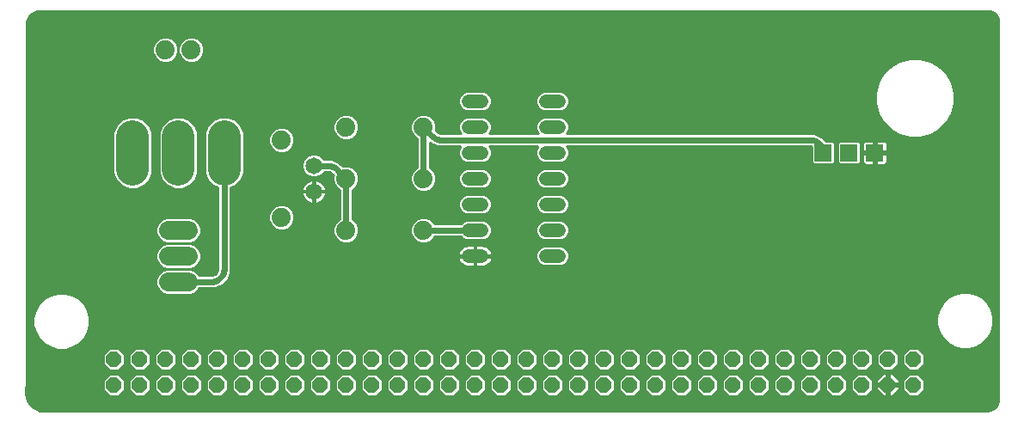
<source format=gbl>
G75*
G70*
%OFA0B0*%
%FSLAX24Y24*%
%IPPOS*%
%LPD*%
%AMOC8*
5,1,8,0,0,1.08239X$1,22.5*
%
%ADD10OC8,0.0600*%
%ADD11C,0.0740*%
%ADD12C,0.1266*%
%ADD13C,0.0740*%
%ADD14C,0.0650*%
%ADD15R,0.0650X0.0650*%
%ADD16C,0.0520*%
%ADD17C,0.0240*%
%ADD18C,0.0100*%
D10*
X003571Y001517D03*
X004571Y001517D03*
X005571Y001517D03*
X006571Y001517D03*
X007571Y001517D03*
X008571Y001517D03*
X009571Y001517D03*
X010571Y001517D03*
X011571Y001517D03*
X012571Y001517D03*
X013571Y001517D03*
X014571Y001517D03*
X015571Y001517D03*
X016571Y001517D03*
X017571Y001517D03*
X018571Y001517D03*
X019571Y001517D03*
X020571Y001517D03*
X021571Y001517D03*
X022571Y001517D03*
X023571Y001517D03*
X024571Y001517D03*
X025571Y001517D03*
X026571Y001517D03*
X027571Y001517D03*
X028571Y001517D03*
X029571Y001517D03*
X030571Y001517D03*
X031571Y001517D03*
X032571Y001517D03*
X033571Y001517D03*
X034571Y001517D03*
X034571Y002517D03*
X033571Y002517D03*
X032571Y002517D03*
X031571Y002517D03*
X030571Y002517D03*
X029571Y002517D03*
X028571Y002517D03*
X027571Y002517D03*
X026571Y002517D03*
X025571Y002517D03*
X024571Y002517D03*
X023571Y002517D03*
X022571Y002517D03*
X021571Y002517D03*
X020571Y002517D03*
X019571Y002517D03*
X018571Y002517D03*
X017571Y002517D03*
X016571Y002517D03*
X015571Y002517D03*
X014571Y002517D03*
X013571Y002517D03*
X012571Y002517D03*
X011571Y002517D03*
X010571Y002517D03*
X009571Y002517D03*
X008571Y002517D03*
X007571Y002517D03*
X006571Y002517D03*
X005571Y002517D03*
X004571Y002517D03*
X003571Y002517D03*
D11*
X005701Y005517D02*
X006441Y005517D01*
X006441Y006517D02*
X005701Y006517D01*
X005701Y007517D02*
X006441Y007517D01*
D12*
X006071Y009884D02*
X006071Y011150D01*
X004299Y011150D02*
X004299Y009884D01*
X007842Y009884D02*
X007842Y011150D01*
D13*
X010071Y011017D03*
X012571Y011517D03*
X015571Y011517D03*
X015571Y009517D03*
X012571Y009517D03*
X010071Y008017D03*
X012571Y007517D03*
X015571Y007517D03*
X006571Y014517D03*
X005571Y014517D03*
D14*
X011321Y010017D03*
X011321Y009017D03*
D15*
X031071Y010517D03*
X032071Y010517D03*
X033071Y010517D03*
D16*
X020831Y010517D02*
X020311Y010517D01*
X020311Y011517D02*
X020831Y011517D01*
X020831Y012517D02*
X020311Y012517D01*
X017831Y012517D02*
X017311Y012517D01*
X017311Y011517D02*
X017831Y011517D01*
X017831Y010517D02*
X017311Y010517D01*
X017311Y009517D02*
X017831Y009517D01*
X017831Y008517D02*
X017311Y008517D01*
X017311Y007517D02*
X017831Y007517D01*
X017831Y006517D02*
X017311Y006517D01*
X020311Y006517D02*
X020831Y006517D01*
X020831Y007517D02*
X020311Y007517D01*
X020311Y008517D02*
X020831Y008517D01*
X020831Y009517D02*
X020311Y009517D01*
D17*
X016283Y011012D02*
X030576Y011012D01*
X030619Y011010D01*
X030662Y011004D01*
X030704Y010995D01*
X030745Y010982D01*
X030785Y010966D01*
X030824Y010946D01*
X030860Y010922D01*
X030894Y010896D01*
X030926Y010867D01*
X030955Y010835D01*
X030981Y010801D01*
X031005Y010765D01*
X031025Y010726D01*
X031041Y010686D01*
X031054Y010645D01*
X031063Y010603D01*
X031069Y010560D01*
X031071Y010517D01*
X017571Y007517D02*
X015571Y007517D01*
X012571Y007517D02*
X012571Y009517D01*
X012217Y009870D01*
X011863Y010017D02*
X011321Y010017D01*
X011863Y010017D02*
X011907Y010015D01*
X011950Y010009D01*
X011992Y010000D01*
X012034Y009987D01*
X012074Y009970D01*
X012113Y009950D01*
X012150Y009927D01*
X012184Y009900D01*
X012217Y009871D01*
X015571Y009517D02*
X015571Y011517D01*
X015929Y011158D01*
X015962Y011129D01*
X015996Y011102D01*
X016033Y011079D01*
X016072Y011059D01*
X016112Y011042D01*
X016154Y011029D01*
X016196Y011020D01*
X016239Y011014D01*
X016283Y011012D01*
X007842Y010517D02*
X007842Y006017D01*
X007840Y005973D01*
X007834Y005930D01*
X007825Y005888D01*
X007812Y005846D01*
X007795Y005806D01*
X007775Y005767D01*
X007752Y005730D01*
X007725Y005696D01*
X007696Y005663D01*
X007663Y005634D01*
X007629Y005607D01*
X007592Y005584D01*
X007553Y005564D01*
X007513Y005547D01*
X007471Y005534D01*
X007429Y005525D01*
X007386Y005519D01*
X007342Y005517D01*
X006071Y005517D01*
D18*
X000471Y000631D02*
X000377Y000712D01*
X000297Y000807D01*
X000233Y000913D01*
X000187Y001028D01*
X000159Y001149D01*
X000150Y001273D01*
X000161Y001396D01*
X000191Y001517D01*
X000191Y015517D01*
X000198Y015603D01*
X000221Y015688D01*
X000258Y015767D01*
X000308Y015838D01*
X000369Y015900D01*
X000441Y015950D01*
X000520Y015987D01*
X000604Y016009D01*
X000691Y016017D01*
X037571Y016017D01*
X037637Y015992D01*
X037697Y015956D01*
X037751Y015909D01*
X037796Y015855D01*
X037830Y015793D01*
X037853Y015726D01*
X037865Y015657D01*
X037864Y015586D01*
X037851Y015517D01*
X037851Y001017D01*
X037854Y000939D01*
X037845Y000863D01*
X037822Y000789D01*
X037786Y000720D01*
X037739Y000658D01*
X037683Y000606D01*
X037617Y000564D01*
X037546Y000534D01*
X037471Y000517D01*
X000691Y000517D01*
X000576Y000565D01*
X000471Y000631D01*
X000459Y000641D02*
X037721Y000641D01*
X037796Y000740D02*
X000354Y000740D01*
X000279Y000838D02*
X037837Y000838D01*
X037854Y000937D02*
X000224Y000937D01*
X000185Y001035D02*
X037851Y001035D01*
X037851Y001134D02*
X034796Y001134D01*
X034749Y001087D02*
X034392Y001087D01*
X034141Y001339D01*
X034141Y001695D01*
X034392Y001947D01*
X034749Y001947D01*
X035001Y001695D01*
X035001Y001339D01*
X034749Y001087D01*
X034894Y001232D02*
X037851Y001232D01*
X037851Y001331D02*
X034993Y001331D01*
X035001Y001429D02*
X037851Y001429D01*
X037851Y001528D02*
X035001Y001528D01*
X035001Y001626D02*
X037851Y001626D01*
X037851Y001725D02*
X034971Y001725D01*
X034872Y001823D02*
X037851Y001823D01*
X037851Y001922D02*
X034774Y001922D01*
X034749Y002087D02*
X034392Y002087D01*
X034141Y002339D01*
X034141Y002695D01*
X034392Y002947D01*
X034749Y002947D01*
X035001Y002695D01*
X035001Y002339D01*
X034749Y002087D01*
X034781Y002119D02*
X037851Y002119D01*
X037851Y002217D02*
X034879Y002217D01*
X034978Y002316D02*
X037851Y002316D01*
X037851Y002414D02*
X035001Y002414D01*
X035001Y002513D02*
X037851Y002513D01*
X037851Y002611D02*
X035001Y002611D01*
X034986Y002710D02*
X037851Y002710D01*
X037851Y002808D02*
X034887Y002808D01*
X034789Y002907D02*
X037851Y002907D01*
X037851Y003005D02*
X037019Y003005D01*
X036995Y002992D02*
X037246Y003136D01*
X037451Y003341D01*
X037596Y003592D01*
X037671Y003872D01*
X037671Y004161D01*
X037596Y004441D01*
X037451Y004692D01*
X037246Y004897D01*
X036995Y005042D01*
X036715Y005117D01*
X036426Y005117D01*
X036146Y005042D01*
X035895Y004897D01*
X035690Y004692D01*
X035546Y004441D01*
X035471Y004161D01*
X035471Y003872D01*
X035546Y003592D01*
X035690Y003341D01*
X035895Y003136D01*
X036146Y002992D01*
X036426Y002917D01*
X036715Y002917D01*
X036995Y002992D01*
X037189Y003104D02*
X037851Y003104D01*
X037851Y003202D02*
X037312Y003202D01*
X037410Y003301D02*
X037851Y003301D01*
X037851Y003399D02*
X037484Y003399D01*
X037541Y003498D02*
X037851Y003498D01*
X037851Y003596D02*
X037597Y003596D01*
X037623Y003695D02*
X037851Y003695D01*
X037851Y003793D02*
X037649Y003793D01*
X037671Y003892D02*
X037851Y003892D01*
X037851Y003990D02*
X037671Y003990D01*
X037671Y004089D02*
X037851Y004089D01*
X037851Y004187D02*
X037664Y004187D01*
X037637Y004286D02*
X037851Y004286D01*
X037851Y004384D02*
X037611Y004384D01*
X037572Y004483D02*
X037851Y004483D01*
X037851Y004581D02*
X037515Y004581D01*
X037458Y004680D02*
X037851Y004680D01*
X037851Y004778D02*
X037365Y004778D01*
X037266Y004877D02*
X037851Y004877D01*
X037851Y004975D02*
X037110Y004975D01*
X036876Y005074D02*
X037851Y005074D01*
X037851Y005172D02*
X006803Y005172D01*
X006864Y005233D02*
X006724Y005093D01*
X006540Y005017D01*
X005601Y005017D01*
X005417Y005093D01*
X005277Y005233D01*
X005201Y005417D01*
X005201Y005616D01*
X005277Y005800D01*
X005417Y005941D01*
X005601Y006017D01*
X006540Y006017D01*
X006724Y006093D01*
X006864Y006233D01*
X006941Y006417D01*
X006941Y006616D01*
X006864Y006800D01*
X006724Y006941D01*
X006540Y007017D01*
X006724Y007093D01*
X006864Y007233D01*
X006941Y007417D01*
X006941Y007616D01*
X006864Y007800D01*
X006724Y007941D01*
X006540Y008017D01*
X005601Y008017D01*
X005417Y007941D01*
X005277Y007800D01*
X005201Y007616D01*
X005201Y007417D01*
X005277Y007233D01*
X005417Y007093D01*
X005601Y007017D01*
X006540Y007017D01*
X005601Y007017D01*
X005417Y006941D01*
X005277Y006800D01*
X005201Y006616D01*
X005201Y006417D01*
X005277Y006233D01*
X005417Y006093D01*
X005601Y006017D01*
X006540Y006017D01*
X006724Y005941D01*
X006864Y005800D01*
X006878Y005767D01*
X007342Y005767D01*
X007391Y005771D01*
X007481Y005809D01*
X007550Y005878D01*
X007587Y005968D01*
X007592Y006017D01*
X007592Y009161D01*
X007410Y009237D01*
X007195Y009451D01*
X007079Y009732D01*
X007079Y011302D01*
X007195Y011582D01*
X007410Y011797D01*
X007690Y011913D01*
X007994Y011913D01*
X008274Y011797D01*
X008489Y011582D01*
X008605Y011302D01*
X008605Y009732D01*
X008489Y009451D01*
X008274Y009237D01*
X008092Y009161D01*
X008092Y005867D01*
X007978Y005592D01*
X007978Y005592D01*
X007767Y005381D01*
X007767Y005381D01*
X007491Y005267D01*
X006878Y005267D01*
X006864Y005233D01*
X006678Y005074D02*
X036265Y005074D01*
X036031Y004975D02*
X002034Y004975D01*
X001962Y005017D02*
X002213Y004872D01*
X002417Y004667D01*
X002562Y004416D01*
X002637Y004137D01*
X002637Y003847D01*
X002562Y003567D01*
X002417Y003316D01*
X002213Y003111D01*
X001962Y002967D01*
X001682Y002892D01*
X001392Y002892D01*
X001113Y002967D01*
X000862Y003111D01*
X000657Y003316D01*
X000512Y003567D01*
X000437Y003847D01*
X000437Y004137D01*
X000512Y004416D01*
X000657Y004667D01*
X000862Y004872D01*
X001113Y005017D01*
X001392Y005092D01*
X001682Y005092D01*
X001962Y005017D01*
X001749Y005074D02*
X005463Y005074D01*
X005338Y005172D02*
X000191Y005172D01*
X000191Y005074D02*
X001325Y005074D01*
X001041Y004975D02*
X000191Y004975D01*
X000191Y004877D02*
X000870Y004877D01*
X000768Y004778D02*
X000191Y004778D01*
X000191Y004680D02*
X000670Y004680D01*
X000607Y004581D02*
X000191Y004581D01*
X000191Y004483D02*
X000550Y004483D01*
X000504Y004384D02*
X000191Y004384D01*
X000191Y004286D02*
X000477Y004286D01*
X000451Y004187D02*
X000191Y004187D01*
X000191Y004089D02*
X000437Y004089D01*
X000437Y003990D02*
X000191Y003990D01*
X000191Y003892D02*
X000437Y003892D01*
X000452Y003793D02*
X000191Y003793D01*
X000191Y003695D02*
X000478Y003695D01*
X000504Y003596D02*
X000191Y003596D01*
X000191Y003498D02*
X000552Y003498D01*
X000609Y003399D02*
X000191Y003399D01*
X000191Y003301D02*
X000673Y003301D01*
X000771Y003202D02*
X000191Y003202D01*
X000191Y003104D02*
X000875Y003104D01*
X001046Y003005D02*
X000191Y003005D01*
X000191Y002907D02*
X001336Y002907D01*
X001738Y002907D02*
X003352Y002907D01*
X003392Y002947D02*
X003141Y002695D01*
X003141Y002339D01*
X003392Y002087D01*
X003749Y002087D01*
X004001Y002339D01*
X004001Y002695D01*
X003749Y002947D01*
X003392Y002947D01*
X003254Y002808D02*
X000191Y002808D01*
X000191Y002710D02*
X003155Y002710D01*
X003141Y002611D02*
X000191Y002611D01*
X000191Y002513D02*
X003141Y002513D01*
X003141Y002414D02*
X000191Y002414D01*
X000191Y002316D02*
X003163Y002316D01*
X003262Y002217D02*
X000191Y002217D01*
X000191Y002119D02*
X003360Y002119D01*
X003392Y001947D02*
X003141Y001695D01*
X003141Y001339D01*
X003392Y001087D01*
X003749Y001087D01*
X004001Y001339D01*
X004001Y001695D01*
X003749Y001947D01*
X003392Y001947D01*
X003367Y001922D02*
X000191Y001922D01*
X000191Y002020D02*
X037851Y002020D01*
X036122Y003005D02*
X002029Y003005D01*
X002199Y003104D02*
X035952Y003104D01*
X035829Y003202D02*
X002303Y003202D01*
X002402Y003301D02*
X035731Y003301D01*
X035657Y003399D02*
X002465Y003399D01*
X002522Y003498D02*
X035600Y003498D01*
X035544Y003596D02*
X002570Y003596D01*
X002596Y003695D02*
X035518Y003695D01*
X035492Y003793D02*
X002623Y003793D01*
X002637Y003892D02*
X035471Y003892D01*
X035471Y003990D02*
X002637Y003990D01*
X002637Y004089D02*
X035471Y004089D01*
X035477Y004187D02*
X002624Y004187D01*
X002597Y004286D02*
X035504Y004286D01*
X035530Y004384D02*
X002571Y004384D01*
X002524Y004483D02*
X035569Y004483D01*
X035626Y004581D02*
X002467Y004581D01*
X002405Y004680D02*
X035683Y004680D01*
X035776Y004778D02*
X002306Y004778D01*
X002204Y004877D02*
X035875Y004877D01*
X037851Y005271D02*
X007501Y005271D01*
X007739Y005369D02*
X037851Y005369D01*
X037851Y005468D02*
X007854Y005468D01*
X007952Y005566D02*
X037851Y005566D01*
X037851Y005665D02*
X008008Y005665D01*
X008049Y005763D02*
X037851Y005763D01*
X037851Y005862D02*
X008090Y005862D01*
X008092Y005960D02*
X037851Y005960D01*
X037851Y006059D02*
X008092Y006059D01*
X008092Y006157D02*
X017113Y006157D01*
X017096Y006166D02*
X017153Y006137D01*
X017215Y006117D01*
X017278Y006107D01*
X017541Y006107D01*
X017541Y006487D01*
X017601Y006487D01*
X017601Y006547D01*
X018241Y006547D01*
X018241Y006549D01*
X018230Y006613D01*
X018211Y006674D01*
X018181Y006732D01*
X018143Y006784D01*
X018098Y006829D01*
X018045Y006867D01*
X017988Y006897D01*
X017927Y006917D01*
X017863Y006927D01*
X017601Y006927D01*
X017601Y006547D01*
X017541Y006547D01*
X017541Y006927D01*
X017278Y006927D01*
X017215Y006917D01*
X017153Y006897D01*
X017096Y006867D01*
X017043Y006829D01*
X016998Y006784D01*
X016960Y006732D01*
X016931Y006674D01*
X016911Y006613D01*
X016901Y006549D01*
X016901Y006547D01*
X017541Y006547D01*
X017541Y006487D01*
X016901Y006487D01*
X016901Y006484D01*
X016911Y006421D01*
X016931Y006359D01*
X016960Y006302D01*
X016998Y006250D01*
X017043Y006204D01*
X017096Y006166D01*
X016993Y006256D02*
X008092Y006256D01*
X008092Y006354D02*
X016933Y006354D01*
X016906Y006453D02*
X008092Y006453D01*
X008092Y006551D02*
X016901Y006551D01*
X016923Y006650D02*
X008092Y006650D01*
X008092Y006748D02*
X016972Y006748D01*
X017067Y006847D02*
X008092Y006847D01*
X008092Y006945D02*
X037851Y006945D01*
X037851Y006847D02*
X021052Y006847D01*
X021051Y006847D02*
X020908Y006907D01*
X020233Y006907D01*
X020090Y006847D01*
X019980Y006738D01*
X019921Y006594D01*
X019921Y006439D01*
X019980Y006296D01*
X020090Y006186D01*
X020233Y006127D01*
X020908Y006127D01*
X021051Y006186D01*
X021161Y006296D01*
X021221Y006439D01*
X021221Y006594D01*
X021161Y006738D01*
X021051Y006847D01*
X021151Y006748D02*
X037851Y006748D01*
X037851Y006650D02*
X021198Y006650D01*
X021221Y006551D02*
X037851Y006551D01*
X037851Y006453D02*
X021221Y006453D01*
X021185Y006354D02*
X037851Y006354D01*
X037851Y006256D02*
X021121Y006256D01*
X020982Y006157D02*
X037851Y006157D01*
X037851Y007044D02*
X015735Y007044D01*
X015670Y007017D02*
X015854Y007093D01*
X015994Y007233D01*
X016008Y007267D01*
X017009Y007267D01*
X017090Y007186D01*
X017233Y007127D01*
X017908Y007127D01*
X018051Y007186D01*
X018161Y007296D01*
X018221Y007439D01*
X018221Y007594D01*
X018161Y007738D01*
X018051Y007847D01*
X017908Y007907D01*
X017233Y007907D01*
X017090Y007847D01*
X017009Y007767D01*
X016008Y007767D01*
X015994Y007800D01*
X015854Y007941D01*
X015670Y008017D01*
X015471Y008017D01*
X015287Y007941D01*
X015147Y007800D01*
X015071Y007616D01*
X015071Y007417D01*
X015147Y007233D01*
X015287Y007093D01*
X015471Y007017D01*
X015670Y007017D01*
X015903Y007142D02*
X017195Y007142D01*
X017035Y007241D02*
X015997Y007241D01*
X015406Y007044D02*
X012735Y007044D01*
X012670Y007017D02*
X012854Y007093D01*
X012994Y007233D01*
X013071Y007417D01*
X013071Y007616D01*
X012994Y007800D01*
X012854Y007941D01*
X012821Y007954D01*
X012821Y009079D01*
X012854Y009093D01*
X012994Y009233D01*
X013071Y009417D01*
X013071Y009616D01*
X012994Y009800D01*
X012854Y009941D01*
X012670Y010017D01*
X012471Y010017D01*
X012438Y010003D01*
X012359Y010082D01*
X012359Y010082D01*
X012288Y010152D01*
X012013Y010267D01*
X011710Y010267D01*
X011706Y010274D01*
X011578Y010402D01*
X011411Y010472D01*
X011230Y010472D01*
X011063Y010402D01*
X010935Y010274D01*
X010866Y010107D01*
X010866Y009926D01*
X010935Y009759D01*
X011063Y009631D01*
X011230Y009562D01*
X011411Y009562D01*
X011578Y009631D01*
X011706Y009759D01*
X011710Y009767D01*
X011863Y009767D01*
X011912Y009762D01*
X012002Y009725D01*
X012040Y009693D01*
X012084Y009649D01*
X012071Y009616D01*
X012071Y009417D01*
X012147Y009233D01*
X012287Y009093D01*
X012321Y009079D01*
X012321Y007954D01*
X012287Y007941D01*
X012147Y007800D01*
X012071Y007616D01*
X012071Y007417D01*
X012147Y007233D01*
X012287Y007093D01*
X012471Y007017D01*
X012670Y007017D01*
X012903Y007142D02*
X015238Y007142D01*
X015144Y007241D02*
X012997Y007241D01*
X013038Y007339D02*
X015103Y007339D01*
X015071Y007438D02*
X013071Y007438D01*
X013071Y007536D02*
X015071Y007536D01*
X015078Y007635D02*
X013063Y007635D01*
X013022Y007733D02*
X015119Y007733D01*
X015179Y007832D02*
X012963Y007832D01*
X012864Y007930D02*
X015277Y007930D01*
X015864Y007930D02*
X037851Y007930D01*
X037851Y007832D02*
X021067Y007832D01*
X021051Y007847D02*
X020908Y007907D01*
X020233Y007907D01*
X020090Y007847D01*
X019980Y007738D01*
X019921Y007594D01*
X019921Y007439D01*
X019980Y007296D01*
X020090Y007186D01*
X020233Y007127D01*
X020908Y007127D01*
X021051Y007186D01*
X021161Y007296D01*
X021221Y007439D01*
X021221Y007594D01*
X021161Y007738D01*
X021051Y007847D01*
X021163Y007733D02*
X037851Y007733D01*
X037851Y007635D02*
X021204Y007635D01*
X021221Y007536D02*
X037851Y007536D01*
X037851Y007438D02*
X021220Y007438D01*
X021179Y007339D02*
X037851Y007339D01*
X037851Y007241D02*
X021106Y007241D01*
X020946Y007142D02*
X037851Y007142D01*
X037851Y008029D02*
X012821Y008029D01*
X012821Y008127D02*
X017232Y008127D01*
X017233Y008127D02*
X017090Y008186D01*
X016980Y008296D01*
X016921Y008439D01*
X016921Y008594D01*
X016980Y008738D01*
X017090Y008847D01*
X017233Y008907D01*
X017908Y008907D01*
X018051Y008847D01*
X018161Y008738D01*
X018221Y008594D01*
X018221Y008439D01*
X018161Y008296D01*
X018051Y008186D01*
X017908Y008127D01*
X017233Y008127D01*
X017050Y008226D02*
X012821Y008226D01*
X012821Y008324D02*
X016968Y008324D01*
X016927Y008423D02*
X012821Y008423D01*
X012821Y008521D02*
X016921Y008521D01*
X016931Y008620D02*
X012821Y008620D01*
X012821Y008718D02*
X016972Y008718D01*
X017059Y008817D02*
X012821Y008817D01*
X012821Y008915D02*
X037851Y008915D01*
X037851Y008817D02*
X021082Y008817D01*
X021051Y008847D02*
X020908Y008907D01*
X020233Y008907D01*
X020090Y008847D01*
X019980Y008738D01*
X019921Y008594D01*
X019921Y008439D01*
X019980Y008296D01*
X020090Y008186D01*
X020233Y008127D01*
X020908Y008127D01*
X021051Y008186D01*
X021161Y008296D01*
X021221Y008439D01*
X021221Y008594D01*
X021161Y008738D01*
X021051Y008847D01*
X021169Y008718D02*
X037851Y008718D01*
X037851Y008620D02*
X021210Y008620D01*
X021221Y008521D02*
X037851Y008521D01*
X037851Y008423D02*
X021214Y008423D01*
X021173Y008324D02*
X037851Y008324D01*
X037851Y008226D02*
X021091Y008226D01*
X020909Y008127D02*
X037851Y008127D01*
X037851Y009014D02*
X012821Y009014D01*
X012873Y009112D02*
X015268Y009112D01*
X015287Y009093D02*
X015471Y009017D01*
X015670Y009017D01*
X015854Y009093D01*
X015994Y009233D01*
X016071Y009417D01*
X016071Y009616D01*
X015994Y009800D01*
X015854Y009941D01*
X015821Y009954D01*
X015821Y010913D01*
X015858Y010876D01*
X016133Y010762D01*
X017004Y010762D01*
X016980Y010738D01*
X016921Y010594D01*
X016921Y010439D01*
X016980Y010296D01*
X017090Y010186D01*
X017233Y010127D01*
X017908Y010127D01*
X018051Y010186D01*
X018161Y010296D01*
X018221Y010439D01*
X018221Y010594D01*
X018161Y010738D01*
X018137Y010762D01*
X020004Y010762D01*
X019980Y010738D01*
X019921Y010594D01*
X019921Y010439D01*
X019980Y010296D01*
X020090Y010186D01*
X020233Y010127D01*
X020908Y010127D01*
X021051Y010186D01*
X021161Y010296D01*
X021221Y010439D01*
X021221Y010594D01*
X021161Y010738D01*
X021137Y010762D01*
X030576Y010762D01*
X030616Y010758D01*
X030616Y010138D01*
X030692Y010062D01*
X031449Y010062D01*
X031525Y010138D01*
X031525Y010895D01*
X031449Y010971D01*
X031174Y010971D01*
X030998Y011148D01*
X030998Y011148D01*
X030724Y011262D01*
X021127Y011262D01*
X021161Y011296D01*
X021221Y011439D01*
X021221Y011594D01*
X021161Y011738D01*
X021051Y011847D01*
X020908Y011907D01*
X020233Y011907D01*
X020090Y011847D01*
X019980Y011738D01*
X019921Y011594D01*
X019921Y011439D01*
X019980Y011296D01*
X020014Y011262D01*
X018127Y011262D01*
X018161Y011296D01*
X018221Y011439D01*
X018221Y011594D01*
X018161Y011738D01*
X018051Y011847D01*
X017908Y011907D01*
X017233Y011907D01*
X017090Y011847D01*
X016980Y011738D01*
X016921Y011594D01*
X016921Y011439D01*
X016980Y011296D01*
X017014Y011262D01*
X016283Y011262D01*
X016234Y011266D01*
X016144Y011304D01*
X016106Y011335D01*
X016080Y011361D01*
X016071Y011370D01*
X016057Y011384D01*
X016071Y011417D01*
X016071Y011616D01*
X015994Y011800D01*
X015854Y011941D01*
X015670Y012017D01*
X015471Y012017D01*
X015287Y011941D01*
X015147Y011800D01*
X015071Y011616D01*
X015071Y011417D01*
X015147Y011233D01*
X015287Y011093D01*
X015321Y011079D01*
X015321Y009954D01*
X015287Y009941D01*
X015147Y009800D01*
X015071Y009616D01*
X015071Y009417D01*
X015147Y009233D01*
X015287Y009093D01*
X015169Y009211D02*
X012972Y009211D01*
X013026Y009309D02*
X015115Y009309D01*
X015074Y009408D02*
X013067Y009408D01*
X013071Y009506D02*
X015071Y009506D01*
X015071Y009605D02*
X013071Y009605D01*
X013034Y009703D02*
X015107Y009703D01*
X015149Y009802D02*
X012993Y009802D01*
X012894Y009900D02*
X015247Y009900D01*
X015321Y009999D02*
X012713Y009999D01*
X012344Y010097D02*
X015321Y010097D01*
X015321Y010196D02*
X012184Y010196D01*
X012288Y010152D02*
X012288Y010152D01*
X012028Y009703D02*
X011651Y009703D01*
X011515Y009605D02*
X012071Y009605D01*
X012071Y009506D02*
X008512Y009506D01*
X008553Y009605D02*
X011126Y009605D01*
X011138Y009457D02*
X011072Y009423D01*
X011011Y009379D01*
X010958Y009326D01*
X010914Y009266D01*
X010880Y009199D01*
X010857Y009128D01*
X010846Y009054D01*
X010846Y009036D01*
X011302Y009036D01*
X011302Y009492D01*
X011283Y009492D01*
X011209Y009480D01*
X011138Y009457D01*
X011051Y009408D02*
X008445Y009408D01*
X008347Y009309D02*
X010946Y009309D01*
X010886Y009211D02*
X008212Y009211D01*
X008092Y009112D02*
X010855Y009112D01*
X010846Y008998D02*
X010846Y008979D01*
X010857Y008905D01*
X010880Y008834D01*
X010914Y008768D01*
X010958Y008707D01*
X011011Y008654D01*
X011072Y008610D01*
X011138Y008576D01*
X011209Y008553D01*
X011283Y008542D01*
X011302Y008542D01*
X011302Y008998D01*
X011339Y008998D01*
X011339Y008542D01*
X011358Y008542D01*
X011432Y008553D01*
X011503Y008576D01*
X011570Y008610D01*
X011630Y008654D01*
X011683Y008707D01*
X011727Y008768D01*
X011761Y008834D01*
X011784Y008905D01*
X011796Y008979D01*
X011796Y008998D01*
X011339Y008998D01*
X011339Y009036D01*
X011302Y009036D01*
X011302Y008998D01*
X010846Y008998D01*
X010856Y008915D02*
X008092Y008915D01*
X008092Y008817D02*
X010889Y008817D01*
X010950Y008718D02*
X008092Y008718D01*
X008092Y008620D02*
X011059Y008620D01*
X011302Y008620D02*
X011339Y008620D01*
X011339Y008718D02*
X011302Y008718D01*
X011302Y008817D02*
X011339Y008817D01*
X011339Y008915D02*
X011302Y008915D01*
X011302Y009014D02*
X008092Y009014D01*
X007592Y009014D02*
X000191Y009014D01*
X000191Y009112D02*
X007592Y009112D01*
X007473Y009211D02*
X006440Y009211D01*
X006503Y009237D02*
X006222Y009121D01*
X005919Y009121D01*
X005638Y009237D01*
X005424Y009451D01*
X005307Y009732D01*
X005307Y011302D01*
X005424Y011582D01*
X005638Y011797D01*
X005919Y011913D01*
X006222Y011913D01*
X006503Y011797D01*
X006717Y011582D01*
X006834Y011302D01*
X006834Y009732D01*
X006717Y009451D01*
X006503Y009237D01*
X006575Y009309D02*
X007337Y009309D01*
X007239Y009408D02*
X006674Y009408D01*
X006740Y009506D02*
X007173Y009506D01*
X007132Y009605D02*
X006781Y009605D01*
X006822Y009703D02*
X007091Y009703D01*
X007079Y009802D02*
X006834Y009802D01*
X006834Y009900D02*
X007079Y009900D01*
X007079Y009999D02*
X006834Y009999D01*
X006834Y010097D02*
X007079Y010097D01*
X007079Y010196D02*
X006834Y010196D01*
X006834Y010294D02*
X007079Y010294D01*
X007079Y010393D02*
X006834Y010393D01*
X006834Y010491D02*
X007079Y010491D01*
X007079Y010590D02*
X006834Y010590D01*
X006834Y010688D02*
X007079Y010688D01*
X007079Y010787D02*
X006834Y010787D01*
X006834Y010885D02*
X007079Y010885D01*
X007079Y010984D02*
X006834Y010984D01*
X006834Y011082D02*
X007079Y011082D01*
X007079Y011181D02*
X006834Y011181D01*
X006834Y011279D02*
X007079Y011279D01*
X007111Y011378D02*
X006802Y011378D01*
X006761Y011476D02*
X007152Y011476D01*
X007192Y011575D02*
X006720Y011575D01*
X006626Y011673D02*
X007287Y011673D01*
X007385Y011772D02*
X006528Y011772D01*
X006325Y011870D02*
X007588Y011870D01*
X008097Y011870D02*
X012217Y011870D01*
X012147Y011800D02*
X012287Y011941D01*
X012471Y012017D01*
X012670Y012017D01*
X012854Y011941D01*
X012994Y011800D01*
X013071Y011616D01*
X013071Y011417D01*
X012994Y011233D01*
X012854Y011093D01*
X012670Y011017D01*
X012471Y011017D01*
X012287Y011093D01*
X012147Y011233D01*
X012071Y011417D01*
X012071Y011616D01*
X012147Y011800D01*
X012135Y011772D02*
X008299Y011772D01*
X008398Y011673D02*
X012094Y011673D01*
X012071Y011575D02*
X008492Y011575D01*
X008533Y011476D02*
X009873Y011476D01*
X009787Y011441D02*
X009647Y011300D01*
X009571Y011116D01*
X009571Y010917D01*
X009647Y010733D01*
X009787Y010593D01*
X009971Y010517D01*
X010170Y010517D01*
X010354Y010593D01*
X010494Y010733D01*
X010571Y010917D01*
X010571Y011116D01*
X010494Y011300D01*
X010354Y011441D01*
X010170Y011517D01*
X009971Y011517D01*
X009787Y011441D01*
X009725Y011378D02*
X008574Y011378D01*
X008605Y011279D02*
X009638Y011279D01*
X009597Y011181D02*
X008605Y011181D01*
X008605Y011082D02*
X009571Y011082D01*
X009571Y010984D02*
X008605Y010984D01*
X008605Y010885D02*
X009584Y010885D01*
X009625Y010787D02*
X008605Y010787D01*
X008605Y010688D02*
X009692Y010688D01*
X009795Y010590D02*
X008605Y010590D01*
X008605Y010491D02*
X015321Y010491D01*
X015321Y010393D02*
X011588Y010393D01*
X011686Y010294D02*
X015321Y010294D01*
X015821Y010294D02*
X016981Y010294D01*
X016940Y010393D02*
X015821Y010393D01*
X015821Y010491D02*
X016921Y010491D01*
X016921Y010590D02*
X015821Y010590D01*
X015821Y010688D02*
X016959Y010688D01*
X016073Y010787D02*
X015821Y010787D01*
X015858Y010876D02*
X015858Y010876D01*
X015848Y010885D02*
X015821Y010885D01*
X015321Y010885D02*
X010557Y010885D01*
X010571Y010984D02*
X015321Y010984D01*
X015313Y011082D02*
X012828Y011082D01*
X012942Y011181D02*
X015199Y011181D01*
X015128Y011279D02*
X013013Y011279D01*
X013054Y011378D02*
X015087Y011378D01*
X015071Y011476D02*
X013071Y011476D01*
X013071Y011575D02*
X015071Y011575D01*
X015094Y011673D02*
X013047Y011673D01*
X013006Y011772D02*
X015135Y011772D01*
X015217Y011870D02*
X012924Y011870D01*
X012786Y011969D02*
X015355Y011969D01*
X015786Y011969D02*
X033233Y011969D01*
X033182Y012057D02*
X033385Y011706D01*
X033672Y011419D01*
X034023Y011217D01*
X034414Y011112D01*
X034820Y011112D01*
X035212Y011217D01*
X035563Y011419D01*
X035849Y011706D01*
X036052Y012057D01*
X036157Y012449D01*
X036157Y012854D01*
X036052Y013246D01*
X035849Y013597D01*
X035563Y013884D01*
X035212Y014087D01*
X034820Y014192D01*
X034414Y014192D01*
X034023Y014087D01*
X033672Y013884D01*
X033385Y013597D01*
X033182Y013246D01*
X033077Y012854D01*
X033077Y012449D01*
X033182Y012057D01*
X033179Y012067D02*
X000191Y012067D01*
X000191Y011969D02*
X012355Y011969D01*
X012071Y011476D02*
X010268Y011476D01*
X010417Y011378D02*
X012087Y011378D01*
X012128Y011279D02*
X010503Y011279D01*
X010544Y011181D02*
X012199Y011181D01*
X012313Y011082D02*
X010571Y011082D01*
X010517Y010787D02*
X015321Y010787D01*
X015321Y010688D02*
X010449Y010688D01*
X010346Y010590D02*
X015321Y010590D01*
X015821Y010196D02*
X017080Y010196D01*
X017217Y009900D02*
X015894Y009900D01*
X015821Y009999D02*
X037851Y009999D01*
X037851Y010097D02*
X033513Y010097D01*
X033515Y010100D02*
X033535Y010134D01*
X033545Y010172D01*
X033545Y010467D01*
X033121Y010467D01*
X033121Y010567D01*
X033545Y010567D01*
X033545Y010861D01*
X033535Y010899D01*
X033515Y010934D01*
X033487Y010961D01*
X033453Y010981D01*
X033415Y010991D01*
X033121Y010991D01*
X033121Y010567D01*
X033021Y010567D01*
X033021Y010991D01*
X032726Y010991D01*
X032688Y010981D01*
X032654Y010961D01*
X032626Y010934D01*
X032606Y010899D01*
X032596Y010861D01*
X032596Y010567D01*
X033021Y010567D01*
X033021Y010467D01*
X033121Y010467D01*
X033121Y010042D01*
X033415Y010042D01*
X033453Y010052D01*
X033487Y010072D01*
X033515Y010100D01*
X033545Y010196D02*
X037851Y010196D01*
X037851Y010294D02*
X033545Y010294D01*
X033545Y010393D02*
X037851Y010393D01*
X037851Y010491D02*
X033121Y010491D01*
X033121Y010393D02*
X033021Y010393D01*
X033021Y010467D02*
X033021Y010042D01*
X032726Y010042D01*
X032688Y010052D01*
X032654Y010072D01*
X032626Y010100D01*
X032606Y010134D01*
X032596Y010172D01*
X032596Y010467D01*
X033021Y010467D01*
X033021Y010491D02*
X032525Y010491D01*
X032525Y010393D02*
X032596Y010393D01*
X032596Y010294D02*
X032525Y010294D01*
X032525Y010196D02*
X032596Y010196D01*
X032525Y010138D02*
X032525Y010895D01*
X032449Y010971D01*
X031692Y010971D01*
X031616Y010895D01*
X031616Y010138D01*
X031692Y010062D01*
X032449Y010062D01*
X032525Y010138D01*
X032485Y010097D02*
X032628Y010097D01*
X033021Y010097D02*
X033121Y010097D01*
X033121Y010196D02*
X033021Y010196D01*
X033021Y010294D02*
X033121Y010294D01*
X033121Y010590D02*
X033021Y010590D01*
X033021Y010688D02*
X033121Y010688D01*
X033121Y010787D02*
X033021Y010787D01*
X033021Y010885D02*
X033121Y010885D01*
X033121Y010984D02*
X033021Y010984D01*
X032697Y010984D02*
X031162Y010984D01*
X031064Y011082D02*
X037851Y011082D01*
X037851Y010984D02*
X033444Y010984D01*
X033539Y010885D02*
X037851Y010885D01*
X037851Y010787D02*
X033545Y010787D01*
X033545Y010688D02*
X037851Y010688D01*
X037851Y010590D02*
X033545Y010590D01*
X032596Y010590D02*
X032525Y010590D01*
X032525Y010688D02*
X032596Y010688D01*
X032596Y010787D02*
X032525Y010787D01*
X032525Y010885D02*
X032602Y010885D01*
X031616Y010885D02*
X031525Y010885D01*
X031525Y010787D02*
X031616Y010787D01*
X031616Y010688D02*
X031525Y010688D01*
X031525Y010590D02*
X031616Y010590D01*
X031616Y010491D02*
X031525Y010491D01*
X031525Y010393D02*
X031616Y010393D01*
X031616Y010294D02*
X031525Y010294D01*
X031525Y010196D02*
X031616Y010196D01*
X031657Y010097D02*
X031485Y010097D01*
X030657Y010097D02*
X015821Y010097D01*
X015993Y009802D02*
X017044Y009802D01*
X017090Y009847D02*
X016980Y009738D01*
X016921Y009594D01*
X016921Y009439D01*
X016980Y009296D01*
X017090Y009186D01*
X017233Y009127D01*
X017908Y009127D01*
X018051Y009186D01*
X018161Y009296D01*
X018221Y009439D01*
X018221Y009594D01*
X018161Y009738D01*
X018051Y009847D01*
X017908Y009907D01*
X017233Y009907D01*
X017090Y009847D01*
X016966Y009703D02*
X016034Y009703D01*
X016071Y009605D02*
X016925Y009605D01*
X016921Y009506D02*
X016071Y009506D01*
X016067Y009408D02*
X016934Y009408D01*
X016974Y009309D02*
X016026Y009309D01*
X015972Y009211D02*
X017065Y009211D01*
X018076Y009211D02*
X020065Y009211D01*
X020090Y009186D02*
X020233Y009127D01*
X020908Y009127D01*
X021051Y009186D01*
X021161Y009296D01*
X021221Y009439D01*
X021221Y009594D01*
X021161Y009738D01*
X021051Y009847D01*
X020908Y009907D01*
X020233Y009907D01*
X020090Y009847D01*
X019980Y009738D01*
X019921Y009594D01*
X019921Y009439D01*
X019980Y009296D01*
X020090Y009186D01*
X019974Y009309D02*
X018167Y009309D01*
X018208Y009408D02*
X019934Y009408D01*
X019921Y009506D02*
X018221Y009506D01*
X018216Y009605D02*
X019925Y009605D01*
X019966Y009703D02*
X018175Y009703D01*
X018097Y009802D02*
X020044Y009802D01*
X020217Y009900D02*
X017924Y009900D01*
X018061Y010196D02*
X020080Y010196D01*
X019981Y010294D02*
X018160Y010294D01*
X018201Y010393D02*
X019940Y010393D01*
X019921Y010491D02*
X018221Y010491D01*
X018221Y010590D02*
X019921Y010590D01*
X019959Y010688D02*
X018182Y010688D01*
X018145Y011279D02*
X019996Y011279D01*
X019946Y011378D02*
X018195Y011378D01*
X018221Y011476D02*
X019921Y011476D01*
X019921Y011575D02*
X018221Y011575D01*
X018188Y011673D02*
X019953Y011673D01*
X020014Y011772D02*
X018127Y011772D01*
X017996Y011870D02*
X020145Y011870D01*
X020233Y012127D02*
X020090Y012186D01*
X019980Y012296D01*
X019921Y012439D01*
X019921Y012594D01*
X019980Y012738D01*
X020090Y012847D01*
X020233Y012907D01*
X020908Y012907D01*
X021051Y012847D01*
X021161Y012738D01*
X021221Y012594D01*
X021221Y012439D01*
X021161Y012296D01*
X021051Y012186D01*
X020908Y012127D01*
X020233Y012127D01*
X020139Y012166D02*
X018002Y012166D01*
X018051Y012186D02*
X018161Y012296D01*
X018221Y012439D01*
X018221Y012594D01*
X018161Y012738D01*
X018051Y012847D01*
X017908Y012907D01*
X017233Y012907D01*
X017090Y012847D01*
X016980Y012738D01*
X016921Y012594D01*
X016921Y012439D01*
X016980Y012296D01*
X017090Y012186D01*
X017233Y012127D01*
X017908Y012127D01*
X018051Y012186D01*
X018130Y012264D02*
X020011Y012264D01*
X019952Y012363D02*
X018189Y012363D01*
X018221Y012461D02*
X019921Y012461D01*
X019921Y012560D02*
X018221Y012560D01*
X018194Y012658D02*
X019947Y012658D01*
X019999Y012757D02*
X018142Y012757D01*
X018032Y012855D02*
X020109Y012855D01*
X021032Y012855D02*
X033077Y012855D01*
X033077Y012757D02*
X021142Y012757D01*
X021194Y012658D02*
X033077Y012658D01*
X033077Y012560D02*
X021221Y012560D01*
X021221Y012461D02*
X033077Y012461D01*
X033100Y012363D02*
X021189Y012363D01*
X021130Y012264D02*
X033127Y012264D01*
X033153Y012166D02*
X021002Y012166D01*
X020996Y011870D02*
X033290Y011870D01*
X033347Y011772D02*
X021127Y011772D01*
X021188Y011673D02*
X033418Y011673D01*
X033516Y011575D02*
X021221Y011575D01*
X021221Y011476D02*
X033615Y011476D01*
X033744Y011378D02*
X021195Y011378D01*
X021145Y011279D02*
X033914Y011279D01*
X034157Y011181D02*
X030919Y011181D01*
X030616Y010688D02*
X021182Y010688D01*
X021221Y010590D02*
X030616Y010590D01*
X030616Y010491D02*
X021221Y010491D01*
X021201Y010393D02*
X030616Y010393D01*
X030616Y010294D02*
X021160Y010294D01*
X021061Y010196D02*
X030616Y010196D01*
X035078Y011181D02*
X037851Y011181D01*
X037851Y011279D02*
X035320Y011279D01*
X035491Y011378D02*
X037851Y011378D01*
X037851Y011476D02*
X035620Y011476D01*
X035718Y011575D02*
X037851Y011575D01*
X037851Y011673D02*
X035817Y011673D01*
X035887Y011772D02*
X037851Y011772D01*
X037851Y011870D02*
X035944Y011870D01*
X036001Y011969D02*
X037851Y011969D01*
X037851Y012067D02*
X036055Y012067D01*
X036081Y012166D02*
X037851Y012166D01*
X037851Y012264D02*
X036108Y012264D01*
X036134Y012363D02*
X037851Y012363D01*
X037851Y012461D02*
X036157Y012461D01*
X036157Y012560D02*
X037851Y012560D01*
X037851Y012658D02*
X036157Y012658D01*
X036157Y012757D02*
X037851Y012757D01*
X037851Y012855D02*
X036157Y012855D01*
X036131Y012954D02*
X037851Y012954D01*
X037851Y013052D02*
X036104Y013052D01*
X036078Y013151D02*
X037851Y013151D01*
X037851Y013249D02*
X036050Y013249D01*
X035994Y013348D02*
X037851Y013348D01*
X037851Y013446D02*
X035937Y013446D01*
X035880Y013545D02*
X037851Y013545D01*
X037851Y013643D02*
X035804Y013643D01*
X035705Y013742D02*
X037851Y013742D01*
X037851Y013840D02*
X035607Y013840D01*
X035468Y013939D02*
X037851Y013939D01*
X037851Y014037D02*
X035297Y014037D01*
X035029Y014136D02*
X037851Y014136D01*
X037851Y014234D02*
X006995Y014234D01*
X006994Y014233D02*
X007071Y014417D01*
X007071Y014616D01*
X006994Y014800D01*
X006854Y014941D01*
X006670Y015017D01*
X006471Y015017D01*
X006287Y014941D01*
X006147Y014800D01*
X006071Y014616D01*
X006071Y014417D01*
X006147Y014233D01*
X006287Y014093D01*
X006471Y014017D01*
X006670Y014017D01*
X006854Y014093D01*
X006994Y014233D01*
X007036Y014333D02*
X037851Y014333D01*
X037851Y014431D02*
X007071Y014431D01*
X007071Y014530D02*
X037851Y014530D01*
X037851Y014628D02*
X007066Y014628D01*
X007025Y014727D02*
X037851Y014727D01*
X037851Y014825D02*
X006969Y014825D01*
X006871Y014924D02*
X037851Y014924D01*
X037851Y015022D02*
X000191Y015022D01*
X000191Y014924D02*
X005271Y014924D01*
X005287Y014941D02*
X005147Y014800D01*
X005071Y014616D01*
X005071Y014417D01*
X005147Y014233D01*
X005287Y014093D01*
X005471Y014017D01*
X005670Y014017D01*
X005854Y014093D01*
X005994Y014233D01*
X006071Y014417D01*
X006071Y014616D01*
X005994Y014800D01*
X005854Y014941D01*
X005670Y015017D01*
X005471Y015017D01*
X005287Y014941D01*
X005172Y014825D02*
X000191Y014825D01*
X000191Y014727D02*
X005116Y014727D01*
X005076Y014628D02*
X000191Y014628D01*
X000191Y014530D02*
X005071Y014530D01*
X005071Y014431D02*
X000191Y014431D01*
X000191Y014333D02*
X005106Y014333D01*
X005146Y014234D02*
X000191Y014234D01*
X000191Y014136D02*
X005244Y014136D01*
X005421Y014037D02*
X000191Y014037D01*
X000191Y013939D02*
X033766Y013939D01*
X033628Y013840D02*
X000191Y013840D01*
X000191Y013742D02*
X033529Y013742D01*
X033431Y013643D02*
X000191Y013643D01*
X000191Y013545D02*
X033355Y013545D01*
X033298Y013446D02*
X000191Y013446D01*
X000191Y013348D02*
X033241Y013348D01*
X033184Y013249D02*
X000191Y013249D01*
X000191Y013151D02*
X033157Y013151D01*
X033130Y013052D02*
X000191Y013052D01*
X000191Y012954D02*
X033104Y012954D01*
X033937Y014037D02*
X006720Y014037D01*
X006897Y014136D02*
X034206Y014136D01*
X037851Y015121D02*
X000191Y015121D01*
X000191Y015219D02*
X037851Y015219D01*
X037851Y015318D02*
X000191Y015318D01*
X000191Y015416D02*
X037851Y015416D01*
X037851Y015515D02*
X000191Y015515D01*
X000201Y015613D02*
X037864Y015613D01*
X037856Y015712D02*
X000232Y015712D01*
X000288Y015810D02*
X037820Y015810D01*
X037751Y015909D02*
X000382Y015909D01*
X000597Y016007D02*
X037595Y016007D01*
X037851Y009900D02*
X020924Y009900D01*
X021097Y009802D02*
X037851Y009802D01*
X037851Y009703D02*
X021175Y009703D01*
X021216Y009605D02*
X037851Y009605D01*
X037851Y009506D02*
X021221Y009506D01*
X021208Y009408D02*
X037851Y009408D01*
X037851Y009309D02*
X021167Y009309D01*
X021076Y009211D02*
X037851Y009211D01*
X037851Y009112D02*
X015873Y009112D01*
X018082Y008817D02*
X020059Y008817D01*
X019972Y008718D02*
X018169Y008718D01*
X018210Y008620D02*
X019931Y008620D01*
X019921Y008521D02*
X018221Y008521D01*
X018214Y008423D02*
X019927Y008423D01*
X019968Y008324D02*
X018173Y008324D01*
X018091Y008226D02*
X020050Y008226D01*
X020232Y008127D02*
X017909Y008127D01*
X018067Y007832D02*
X020074Y007832D01*
X019978Y007733D02*
X018163Y007733D01*
X018204Y007635D02*
X019937Y007635D01*
X019921Y007536D02*
X018221Y007536D01*
X018220Y007438D02*
X019921Y007438D01*
X019962Y007339D02*
X018179Y007339D01*
X018106Y007241D02*
X020035Y007241D01*
X020195Y007142D02*
X017946Y007142D01*
X018074Y006847D02*
X020089Y006847D01*
X019991Y006748D02*
X018169Y006748D01*
X018218Y006650D02*
X019944Y006650D01*
X019921Y006551D02*
X018240Y006551D01*
X018241Y006487D02*
X017601Y006487D01*
X017601Y006107D01*
X017863Y006107D01*
X017927Y006117D01*
X017988Y006137D01*
X018045Y006166D01*
X018098Y006204D01*
X018143Y006250D01*
X018181Y006302D01*
X018211Y006359D01*
X018230Y006421D01*
X018241Y006484D01*
X018241Y006487D01*
X018236Y006453D02*
X019921Y006453D01*
X019956Y006354D02*
X018208Y006354D01*
X018148Y006256D02*
X020020Y006256D01*
X020159Y006157D02*
X018028Y006157D01*
X017601Y006157D02*
X017541Y006157D01*
X017541Y006256D02*
X017601Y006256D01*
X017601Y006354D02*
X017541Y006354D01*
X017541Y006453D02*
X017601Y006453D01*
X017601Y006551D02*
X017541Y006551D01*
X017541Y006650D02*
X017601Y006650D01*
X017601Y006748D02*
X017541Y006748D01*
X017541Y006847D02*
X017601Y006847D01*
X017074Y007832D02*
X015963Y007832D01*
X012406Y007044D02*
X008092Y007044D01*
X008092Y007142D02*
X012238Y007142D01*
X012144Y007241D02*
X008092Y007241D01*
X008092Y007339D02*
X012103Y007339D01*
X012071Y007438D02*
X008092Y007438D01*
X008092Y007536D02*
X009924Y007536D01*
X009971Y007517D02*
X010170Y007517D01*
X010354Y007593D01*
X010494Y007733D01*
X012119Y007733D01*
X012078Y007635D02*
X010396Y007635D01*
X010494Y007733D02*
X010571Y007917D01*
X010571Y008116D01*
X010494Y008300D01*
X010354Y008441D01*
X010170Y008517D01*
X009971Y008517D01*
X009787Y008441D01*
X009647Y008300D01*
X009571Y008116D01*
X009571Y007917D01*
X009647Y007733D01*
X008092Y007733D01*
X008092Y007635D02*
X009745Y007635D01*
X009787Y007593D02*
X009647Y007733D01*
X009606Y007832D02*
X008092Y007832D01*
X008092Y007930D02*
X009571Y007930D01*
X009571Y008029D02*
X008092Y008029D01*
X008092Y008127D02*
X009575Y008127D01*
X009616Y008226D02*
X008092Y008226D01*
X008092Y008324D02*
X009671Y008324D01*
X009770Y008423D02*
X008092Y008423D01*
X008092Y008521D02*
X012321Y008521D01*
X012321Y008423D02*
X010372Y008423D01*
X010470Y008324D02*
X012321Y008324D01*
X012321Y008226D02*
X010525Y008226D01*
X010566Y008127D02*
X012321Y008127D01*
X012321Y008029D02*
X010571Y008029D01*
X010571Y007930D02*
X012277Y007930D01*
X012179Y007832D02*
X010535Y007832D01*
X010217Y007536D02*
X012071Y007536D01*
X009971Y007517D02*
X009787Y007593D01*
X007592Y007635D02*
X006933Y007635D01*
X006941Y007536D02*
X007592Y007536D01*
X007592Y007438D02*
X006941Y007438D01*
X006908Y007339D02*
X007592Y007339D01*
X007592Y007241D02*
X006867Y007241D01*
X006773Y007142D02*
X007592Y007142D01*
X007592Y007044D02*
X006605Y007044D01*
X006713Y006945D02*
X007592Y006945D01*
X007592Y006847D02*
X006818Y006847D01*
X006886Y006748D02*
X007592Y006748D01*
X007592Y006650D02*
X006927Y006650D01*
X006941Y006551D02*
X007592Y006551D01*
X007592Y006453D02*
X006941Y006453D01*
X006914Y006354D02*
X007592Y006354D01*
X007592Y006256D02*
X006874Y006256D01*
X006788Y006157D02*
X007592Y006157D01*
X007592Y006059D02*
X006642Y006059D01*
X006676Y005960D02*
X007584Y005960D01*
X007534Y005862D02*
X006803Y005862D01*
X005500Y006059D02*
X000191Y006059D01*
X000191Y006157D02*
X005353Y006157D01*
X005267Y006256D02*
X000191Y006256D01*
X000191Y006354D02*
X005227Y006354D01*
X005201Y006453D02*
X000191Y006453D01*
X000191Y006551D02*
X005201Y006551D01*
X005214Y006650D02*
X000191Y006650D01*
X000191Y006748D02*
X005255Y006748D01*
X005324Y006847D02*
X000191Y006847D01*
X000191Y006945D02*
X005429Y006945D01*
X005536Y007044D02*
X000191Y007044D01*
X000191Y007142D02*
X005368Y007142D01*
X005274Y007241D02*
X000191Y007241D01*
X000191Y007339D02*
X005233Y007339D01*
X005201Y007438D02*
X000191Y007438D01*
X000191Y007536D02*
X005201Y007536D01*
X005208Y007635D02*
X000191Y007635D01*
X000191Y007733D02*
X005249Y007733D01*
X005309Y007832D02*
X000191Y007832D01*
X000191Y007930D02*
X005407Y007930D01*
X006734Y007930D02*
X007592Y007930D01*
X007592Y007832D02*
X006833Y007832D01*
X006892Y007733D02*
X007592Y007733D01*
X007592Y008029D02*
X000191Y008029D01*
X000191Y008127D02*
X007592Y008127D01*
X007592Y008226D02*
X000191Y008226D01*
X000191Y008324D02*
X007592Y008324D01*
X007592Y008423D02*
X000191Y008423D01*
X000191Y008521D02*
X007592Y008521D01*
X007592Y008620D02*
X000191Y008620D01*
X000191Y008718D02*
X007592Y008718D01*
X007592Y008817D02*
X000191Y008817D01*
X000191Y008915D02*
X007592Y008915D01*
X008593Y009703D02*
X010991Y009703D01*
X010917Y009802D02*
X008605Y009802D01*
X008605Y009900D02*
X010876Y009900D01*
X010866Y009999D02*
X008605Y009999D01*
X008605Y010097D02*
X010866Y010097D01*
X010902Y010196D02*
X008605Y010196D01*
X008605Y010294D02*
X010955Y010294D01*
X011053Y010393D02*
X008605Y010393D01*
X011302Y009408D02*
X011339Y009408D01*
X011339Y009492D02*
X011339Y009036D01*
X011796Y009036D01*
X011796Y009054D01*
X011784Y009128D01*
X011761Y009199D01*
X011727Y009266D01*
X011683Y009326D01*
X011630Y009379D01*
X011570Y009423D01*
X011503Y009457D01*
X011432Y009480D01*
X011358Y009492D01*
X011339Y009492D01*
X011339Y009309D02*
X011302Y009309D01*
X011302Y009211D02*
X011339Y009211D01*
X011339Y009112D02*
X011302Y009112D01*
X011339Y009014D02*
X012321Y009014D01*
X012321Y008915D02*
X011785Y008915D01*
X011752Y008817D02*
X012321Y008817D01*
X012321Y008718D02*
X011691Y008718D01*
X011582Y008620D02*
X012321Y008620D01*
X012268Y009112D02*
X011786Y009112D01*
X011755Y009211D02*
X012169Y009211D01*
X012115Y009309D02*
X011695Y009309D01*
X011590Y009408D02*
X012074Y009408D01*
X016203Y011279D02*
X016996Y011279D01*
X016946Y011378D02*
X016063Y011378D01*
X016071Y011476D02*
X016921Y011476D01*
X016921Y011575D02*
X016071Y011575D01*
X016047Y011673D02*
X016953Y011673D01*
X017014Y011772D02*
X016006Y011772D01*
X015924Y011870D02*
X017145Y011870D01*
X017139Y012166D02*
X000191Y012166D01*
X000191Y012264D02*
X017011Y012264D01*
X016952Y012363D02*
X000191Y012363D01*
X000191Y012461D02*
X016921Y012461D01*
X016921Y012560D02*
X000191Y012560D01*
X000191Y012658D02*
X016947Y012658D01*
X016999Y012757D02*
X000191Y012757D01*
X000191Y012855D02*
X017109Y012855D01*
X006421Y014037D02*
X005720Y014037D01*
X005897Y014136D02*
X006244Y014136D01*
X006146Y014234D02*
X005995Y014234D01*
X006036Y014333D02*
X006106Y014333D01*
X006071Y014431D02*
X006071Y014431D01*
X006071Y014530D02*
X006071Y014530D01*
X006066Y014628D02*
X006076Y014628D01*
X006116Y014727D02*
X006025Y014727D01*
X005969Y014825D02*
X006172Y014825D01*
X006271Y014924D02*
X005871Y014924D01*
X005816Y011870D02*
X004553Y011870D01*
X004451Y011913D02*
X004147Y011913D01*
X003867Y011797D01*
X003652Y011582D01*
X003536Y011302D01*
X003536Y009732D01*
X003652Y009451D01*
X003867Y009237D01*
X004147Y009121D01*
X004451Y009121D01*
X004731Y009237D01*
X004946Y009451D01*
X005062Y009732D01*
X005062Y011302D01*
X004946Y011582D01*
X004731Y011797D01*
X004451Y011913D01*
X004756Y011772D02*
X005613Y011772D01*
X005515Y011673D02*
X004855Y011673D01*
X004949Y011575D02*
X005421Y011575D01*
X005380Y011476D02*
X004990Y011476D01*
X005030Y011378D02*
X005339Y011378D01*
X005307Y011279D02*
X005062Y011279D01*
X005062Y011181D02*
X005307Y011181D01*
X005307Y011082D02*
X005062Y011082D01*
X005062Y010984D02*
X005307Y010984D01*
X005307Y010885D02*
X005062Y010885D01*
X005062Y010787D02*
X005307Y010787D01*
X005307Y010688D02*
X005062Y010688D01*
X005062Y010590D02*
X005307Y010590D01*
X005307Y010491D02*
X005062Y010491D01*
X005062Y010393D02*
X005307Y010393D01*
X005307Y010294D02*
X005062Y010294D01*
X005062Y010196D02*
X005307Y010196D01*
X005307Y010097D02*
X005062Y010097D01*
X005062Y009999D02*
X005307Y009999D01*
X005307Y009900D02*
X005062Y009900D01*
X005062Y009802D02*
X005307Y009802D01*
X005319Y009703D02*
X005050Y009703D01*
X005009Y009605D02*
X005360Y009605D01*
X005401Y009506D02*
X004969Y009506D01*
X004902Y009408D02*
X005467Y009408D01*
X005566Y009309D02*
X004804Y009309D01*
X004668Y009211D02*
X005701Y009211D01*
X003929Y009211D02*
X000191Y009211D01*
X000191Y009309D02*
X003794Y009309D01*
X003696Y009408D02*
X000191Y009408D01*
X000191Y009506D02*
X003629Y009506D01*
X003588Y009605D02*
X000191Y009605D01*
X000191Y009703D02*
X003548Y009703D01*
X003536Y009802D02*
X000191Y009802D01*
X000191Y009900D02*
X003536Y009900D01*
X003536Y009999D02*
X000191Y009999D01*
X000191Y010097D02*
X003536Y010097D01*
X003536Y010196D02*
X000191Y010196D01*
X000191Y010294D02*
X003536Y010294D01*
X003536Y010393D02*
X000191Y010393D01*
X000191Y010491D02*
X003536Y010491D01*
X003536Y010590D02*
X000191Y010590D01*
X000191Y010688D02*
X003536Y010688D01*
X003536Y010787D02*
X000191Y010787D01*
X000191Y010885D02*
X003536Y010885D01*
X003536Y010984D02*
X000191Y010984D01*
X000191Y011082D02*
X003536Y011082D01*
X003536Y011181D02*
X000191Y011181D01*
X000191Y011279D02*
X003536Y011279D01*
X003567Y011378D02*
X000191Y011378D01*
X000191Y011476D02*
X003608Y011476D01*
X003649Y011575D02*
X000191Y011575D01*
X000191Y011673D02*
X003743Y011673D01*
X003842Y011772D02*
X000191Y011772D01*
X000191Y011870D02*
X004044Y011870D01*
X005465Y005960D02*
X000191Y005960D01*
X000191Y005862D02*
X005339Y005862D01*
X005261Y005763D02*
X000191Y005763D01*
X000191Y005665D02*
X005221Y005665D01*
X005201Y005566D02*
X000191Y005566D01*
X000191Y005468D02*
X005201Y005468D01*
X005220Y005369D02*
X000191Y005369D01*
X000191Y005271D02*
X005261Y005271D01*
X005392Y002947D02*
X005141Y002695D01*
X005141Y002339D01*
X005392Y002087D01*
X005749Y002087D01*
X006001Y002339D01*
X006001Y002695D01*
X005749Y002947D01*
X005392Y002947D01*
X005352Y002907D02*
X004789Y002907D01*
X004749Y002947D02*
X004392Y002947D01*
X004141Y002695D01*
X004141Y002339D01*
X004392Y002087D01*
X004749Y002087D01*
X005001Y002339D01*
X005001Y002695D01*
X004749Y002947D01*
X004887Y002808D02*
X005254Y002808D01*
X005155Y002710D02*
X004986Y002710D01*
X005001Y002611D02*
X005141Y002611D01*
X005141Y002513D02*
X005001Y002513D01*
X005001Y002414D02*
X005141Y002414D01*
X005163Y002316D02*
X004978Y002316D01*
X004879Y002217D02*
X005262Y002217D01*
X005360Y002119D02*
X004781Y002119D01*
X004749Y001947D02*
X004392Y001947D01*
X004141Y001695D01*
X004141Y001339D01*
X004392Y001087D01*
X004749Y001087D01*
X005001Y001339D01*
X005001Y001695D01*
X004749Y001947D01*
X004774Y001922D02*
X005367Y001922D01*
X005392Y001947D02*
X005141Y001695D01*
X005141Y001339D01*
X005392Y001087D01*
X005749Y001087D01*
X006001Y001339D01*
X006001Y001695D01*
X005749Y001947D01*
X005392Y001947D01*
X005269Y001823D02*
X004872Y001823D01*
X004971Y001725D02*
X005170Y001725D01*
X005141Y001626D02*
X005001Y001626D01*
X005001Y001528D02*
X005141Y001528D01*
X005141Y001429D02*
X005001Y001429D01*
X004993Y001331D02*
X005148Y001331D01*
X005247Y001232D02*
X004894Y001232D01*
X004796Y001134D02*
X005345Y001134D01*
X005796Y001134D02*
X006345Y001134D01*
X006392Y001087D02*
X006749Y001087D01*
X007001Y001339D01*
X007001Y001695D01*
X006749Y001947D01*
X006392Y001947D01*
X006141Y001695D01*
X006141Y001339D01*
X006392Y001087D01*
X006247Y001232D02*
X005894Y001232D01*
X005993Y001331D02*
X006148Y001331D01*
X006141Y001429D02*
X006001Y001429D01*
X006001Y001528D02*
X006141Y001528D01*
X006141Y001626D02*
X006001Y001626D01*
X005971Y001725D02*
X006170Y001725D01*
X006269Y001823D02*
X005872Y001823D01*
X005774Y001922D02*
X006367Y001922D01*
X006392Y002087D02*
X006749Y002087D01*
X007001Y002339D01*
X007001Y002695D01*
X006749Y002947D01*
X006392Y002947D01*
X006141Y002695D01*
X006141Y002339D01*
X006392Y002087D01*
X006360Y002119D02*
X005781Y002119D01*
X005879Y002217D02*
X006262Y002217D01*
X006163Y002316D02*
X005978Y002316D01*
X006001Y002414D02*
X006141Y002414D01*
X006141Y002513D02*
X006001Y002513D01*
X006001Y002611D02*
X006141Y002611D01*
X006155Y002710D02*
X005986Y002710D01*
X005887Y002808D02*
X006254Y002808D01*
X006352Y002907D02*
X005789Y002907D01*
X006789Y002907D02*
X007352Y002907D01*
X007392Y002947D02*
X007141Y002695D01*
X007141Y002339D01*
X007392Y002087D01*
X007749Y002087D01*
X008001Y002339D01*
X008001Y002695D01*
X007749Y002947D01*
X007392Y002947D01*
X007254Y002808D02*
X006887Y002808D01*
X006986Y002710D02*
X007155Y002710D01*
X007141Y002611D02*
X007001Y002611D01*
X007001Y002513D02*
X007141Y002513D01*
X007141Y002414D02*
X007001Y002414D01*
X006978Y002316D02*
X007163Y002316D01*
X007262Y002217D02*
X006879Y002217D01*
X006781Y002119D02*
X007360Y002119D01*
X007392Y001947D02*
X007141Y001695D01*
X007141Y001339D01*
X007392Y001087D01*
X007749Y001087D01*
X008001Y001339D01*
X008001Y001695D01*
X007749Y001947D01*
X007392Y001947D01*
X007367Y001922D02*
X006774Y001922D01*
X006872Y001823D02*
X007269Y001823D01*
X007170Y001725D02*
X006971Y001725D01*
X007001Y001626D02*
X007141Y001626D01*
X007141Y001528D02*
X007001Y001528D01*
X007001Y001429D02*
X007141Y001429D01*
X007148Y001331D02*
X006993Y001331D01*
X006894Y001232D02*
X007247Y001232D01*
X007345Y001134D02*
X006796Y001134D01*
X007796Y001134D02*
X008345Y001134D01*
X008392Y001087D02*
X008141Y001339D01*
X008141Y001695D01*
X008392Y001947D01*
X008749Y001947D01*
X009001Y001695D01*
X009001Y001339D01*
X008749Y001087D01*
X008392Y001087D01*
X008247Y001232D02*
X007894Y001232D01*
X007993Y001331D02*
X008148Y001331D01*
X008141Y001429D02*
X008001Y001429D01*
X008001Y001528D02*
X008141Y001528D01*
X008141Y001626D02*
X008001Y001626D01*
X007971Y001725D02*
X008170Y001725D01*
X008269Y001823D02*
X007872Y001823D01*
X007774Y001922D02*
X008367Y001922D01*
X008392Y002087D02*
X008749Y002087D01*
X009001Y002339D01*
X009001Y002695D01*
X008749Y002947D01*
X008392Y002947D01*
X008141Y002695D01*
X008141Y002339D01*
X008392Y002087D01*
X008360Y002119D02*
X007781Y002119D01*
X007879Y002217D02*
X008262Y002217D01*
X008163Y002316D02*
X007978Y002316D01*
X008001Y002414D02*
X008141Y002414D01*
X008141Y002513D02*
X008001Y002513D01*
X008001Y002611D02*
X008141Y002611D01*
X008155Y002710D02*
X007986Y002710D01*
X007887Y002808D02*
X008254Y002808D01*
X008352Y002907D02*
X007789Y002907D01*
X008789Y002907D02*
X009352Y002907D01*
X009392Y002947D02*
X009141Y002695D01*
X009141Y002339D01*
X009392Y002087D01*
X009749Y002087D01*
X010001Y002339D01*
X010001Y002695D01*
X009749Y002947D01*
X009392Y002947D01*
X009254Y002808D02*
X008887Y002808D01*
X008986Y002710D02*
X009155Y002710D01*
X009141Y002611D02*
X009001Y002611D01*
X009001Y002513D02*
X009141Y002513D01*
X009141Y002414D02*
X009001Y002414D01*
X008978Y002316D02*
X009163Y002316D01*
X009262Y002217D02*
X008879Y002217D01*
X008781Y002119D02*
X009360Y002119D01*
X009392Y001947D02*
X009141Y001695D01*
X009141Y001339D01*
X009392Y001087D01*
X009749Y001087D01*
X010001Y001339D01*
X010001Y001695D01*
X009749Y001947D01*
X009392Y001947D01*
X009367Y001922D02*
X008774Y001922D01*
X008872Y001823D02*
X009269Y001823D01*
X009170Y001725D02*
X008971Y001725D01*
X009001Y001626D02*
X009141Y001626D01*
X009141Y001528D02*
X009001Y001528D01*
X009001Y001429D02*
X009141Y001429D01*
X009148Y001331D02*
X008993Y001331D01*
X008894Y001232D02*
X009247Y001232D01*
X009345Y001134D02*
X008796Y001134D01*
X009796Y001134D02*
X010345Y001134D01*
X010392Y001087D02*
X010141Y001339D01*
X010141Y001695D01*
X010392Y001947D01*
X010749Y001947D01*
X011001Y001695D01*
X011001Y001339D01*
X010749Y001087D01*
X010392Y001087D01*
X010247Y001232D02*
X009894Y001232D01*
X009993Y001331D02*
X010148Y001331D01*
X010141Y001429D02*
X010001Y001429D01*
X010001Y001528D02*
X010141Y001528D01*
X010141Y001626D02*
X010001Y001626D01*
X009971Y001725D02*
X010170Y001725D01*
X010269Y001823D02*
X009872Y001823D01*
X009774Y001922D02*
X010367Y001922D01*
X010392Y002087D02*
X010749Y002087D01*
X011001Y002339D01*
X011001Y002695D01*
X010749Y002947D01*
X010392Y002947D01*
X010141Y002695D01*
X010141Y002339D01*
X010392Y002087D01*
X010360Y002119D02*
X009781Y002119D01*
X009879Y002217D02*
X010262Y002217D01*
X010163Y002316D02*
X009978Y002316D01*
X010001Y002414D02*
X010141Y002414D01*
X010141Y002513D02*
X010001Y002513D01*
X010001Y002611D02*
X010141Y002611D01*
X010155Y002710D02*
X009986Y002710D01*
X009887Y002808D02*
X010254Y002808D01*
X010352Y002907D02*
X009789Y002907D01*
X010789Y002907D02*
X011352Y002907D01*
X011392Y002947D02*
X011141Y002695D01*
X011141Y002339D01*
X011392Y002087D01*
X011749Y002087D01*
X012001Y002339D01*
X012001Y002695D01*
X011749Y002947D01*
X011392Y002947D01*
X011254Y002808D02*
X010887Y002808D01*
X010986Y002710D02*
X011155Y002710D01*
X011141Y002611D02*
X011001Y002611D01*
X011001Y002513D02*
X011141Y002513D01*
X011141Y002414D02*
X011001Y002414D01*
X010978Y002316D02*
X011163Y002316D01*
X011262Y002217D02*
X010879Y002217D01*
X010781Y002119D02*
X011360Y002119D01*
X011392Y001947D02*
X011141Y001695D01*
X011141Y001339D01*
X011392Y001087D01*
X011749Y001087D01*
X012001Y001339D01*
X012001Y001695D01*
X011749Y001947D01*
X011392Y001947D01*
X011367Y001922D02*
X010774Y001922D01*
X010872Y001823D02*
X011269Y001823D01*
X011170Y001725D02*
X010971Y001725D01*
X011001Y001626D02*
X011141Y001626D01*
X011141Y001528D02*
X011001Y001528D01*
X011001Y001429D02*
X011141Y001429D01*
X011148Y001331D02*
X010993Y001331D01*
X010894Y001232D02*
X011247Y001232D01*
X011345Y001134D02*
X010796Y001134D01*
X011796Y001134D02*
X012345Y001134D01*
X012392Y001087D02*
X012141Y001339D01*
X012141Y001695D01*
X012392Y001947D01*
X012749Y001947D01*
X013001Y001695D01*
X013001Y001339D01*
X012749Y001087D01*
X012392Y001087D01*
X012247Y001232D02*
X011894Y001232D01*
X011993Y001331D02*
X012148Y001331D01*
X012141Y001429D02*
X012001Y001429D01*
X012001Y001528D02*
X012141Y001528D01*
X012141Y001626D02*
X012001Y001626D01*
X011971Y001725D02*
X012170Y001725D01*
X012269Y001823D02*
X011872Y001823D01*
X011774Y001922D02*
X012367Y001922D01*
X012392Y002087D02*
X012749Y002087D01*
X013001Y002339D01*
X013001Y002695D01*
X012749Y002947D01*
X012392Y002947D01*
X012141Y002695D01*
X012141Y002339D01*
X012392Y002087D01*
X012360Y002119D02*
X011781Y002119D01*
X011879Y002217D02*
X012262Y002217D01*
X012163Y002316D02*
X011978Y002316D01*
X012001Y002414D02*
X012141Y002414D01*
X012141Y002513D02*
X012001Y002513D01*
X012001Y002611D02*
X012141Y002611D01*
X012155Y002710D02*
X011986Y002710D01*
X011887Y002808D02*
X012254Y002808D01*
X012352Y002907D02*
X011789Y002907D01*
X012789Y002907D02*
X013352Y002907D01*
X013392Y002947D02*
X013141Y002695D01*
X013141Y002339D01*
X013392Y002087D01*
X013749Y002087D01*
X014001Y002339D01*
X014001Y002695D01*
X013749Y002947D01*
X013392Y002947D01*
X013254Y002808D02*
X012887Y002808D01*
X012986Y002710D02*
X013155Y002710D01*
X013141Y002611D02*
X013001Y002611D01*
X013001Y002513D02*
X013141Y002513D01*
X013141Y002414D02*
X013001Y002414D01*
X012978Y002316D02*
X013163Y002316D01*
X013262Y002217D02*
X012879Y002217D01*
X012781Y002119D02*
X013360Y002119D01*
X013392Y001947D02*
X013141Y001695D01*
X013141Y001339D01*
X013392Y001087D01*
X013749Y001087D01*
X014001Y001339D01*
X014001Y001695D01*
X013749Y001947D01*
X013392Y001947D01*
X013367Y001922D02*
X012774Y001922D01*
X012872Y001823D02*
X013269Y001823D01*
X013170Y001725D02*
X012971Y001725D01*
X013001Y001626D02*
X013141Y001626D01*
X013141Y001528D02*
X013001Y001528D01*
X013001Y001429D02*
X013141Y001429D01*
X013148Y001331D02*
X012993Y001331D01*
X012894Y001232D02*
X013247Y001232D01*
X013345Y001134D02*
X012796Y001134D01*
X013796Y001134D02*
X014345Y001134D01*
X014392Y001087D02*
X014749Y001087D01*
X015001Y001339D01*
X015001Y001695D01*
X014749Y001947D01*
X014392Y001947D01*
X014141Y001695D01*
X014141Y001339D01*
X014392Y001087D01*
X014247Y001232D02*
X013894Y001232D01*
X013993Y001331D02*
X014148Y001331D01*
X014141Y001429D02*
X014001Y001429D01*
X014001Y001528D02*
X014141Y001528D01*
X014141Y001626D02*
X014001Y001626D01*
X013971Y001725D02*
X014170Y001725D01*
X014269Y001823D02*
X013872Y001823D01*
X013774Y001922D02*
X014367Y001922D01*
X014392Y002087D02*
X014749Y002087D01*
X015001Y002339D01*
X015001Y002695D01*
X014749Y002947D01*
X014392Y002947D01*
X014141Y002695D01*
X014141Y002339D01*
X014392Y002087D01*
X014360Y002119D02*
X013781Y002119D01*
X013879Y002217D02*
X014262Y002217D01*
X014163Y002316D02*
X013978Y002316D01*
X014001Y002414D02*
X014141Y002414D01*
X014141Y002513D02*
X014001Y002513D01*
X014001Y002611D02*
X014141Y002611D01*
X014155Y002710D02*
X013986Y002710D01*
X013887Y002808D02*
X014254Y002808D01*
X014352Y002907D02*
X013789Y002907D01*
X014789Y002907D02*
X015352Y002907D01*
X015392Y002947D02*
X015141Y002695D01*
X015141Y002339D01*
X015392Y002087D01*
X015749Y002087D01*
X016001Y002339D01*
X016001Y002695D01*
X015749Y002947D01*
X015392Y002947D01*
X015254Y002808D02*
X014887Y002808D01*
X014986Y002710D02*
X015155Y002710D01*
X015141Y002611D02*
X015001Y002611D01*
X015001Y002513D02*
X015141Y002513D01*
X015141Y002414D02*
X015001Y002414D01*
X014978Y002316D02*
X015163Y002316D01*
X015262Y002217D02*
X014879Y002217D01*
X014781Y002119D02*
X015360Y002119D01*
X015392Y001947D02*
X015141Y001695D01*
X015141Y001339D01*
X015392Y001087D01*
X015749Y001087D01*
X016001Y001339D01*
X016001Y001695D01*
X015749Y001947D01*
X015392Y001947D01*
X015367Y001922D02*
X014774Y001922D01*
X014872Y001823D02*
X015269Y001823D01*
X015170Y001725D02*
X014971Y001725D01*
X015001Y001626D02*
X015141Y001626D01*
X015141Y001528D02*
X015001Y001528D01*
X015001Y001429D02*
X015141Y001429D01*
X015148Y001331D02*
X014993Y001331D01*
X014894Y001232D02*
X015247Y001232D01*
X015345Y001134D02*
X014796Y001134D01*
X015796Y001134D02*
X016345Y001134D01*
X016392Y001087D02*
X016141Y001339D01*
X016141Y001695D01*
X016392Y001947D01*
X016749Y001947D01*
X017001Y001695D01*
X017001Y001339D01*
X016749Y001087D01*
X016392Y001087D01*
X016247Y001232D02*
X015894Y001232D01*
X015993Y001331D02*
X016148Y001331D01*
X016141Y001429D02*
X016001Y001429D01*
X016001Y001528D02*
X016141Y001528D01*
X016141Y001626D02*
X016001Y001626D01*
X015971Y001725D02*
X016170Y001725D01*
X016269Y001823D02*
X015872Y001823D01*
X015774Y001922D02*
X016367Y001922D01*
X016392Y002087D02*
X016749Y002087D01*
X017001Y002339D01*
X017001Y002695D01*
X016749Y002947D01*
X016392Y002947D01*
X016141Y002695D01*
X016141Y002339D01*
X016392Y002087D01*
X016360Y002119D02*
X015781Y002119D01*
X015879Y002217D02*
X016262Y002217D01*
X016163Y002316D02*
X015978Y002316D01*
X016001Y002414D02*
X016141Y002414D01*
X016141Y002513D02*
X016001Y002513D01*
X016001Y002611D02*
X016141Y002611D01*
X016155Y002710D02*
X015986Y002710D01*
X015887Y002808D02*
X016254Y002808D01*
X016352Y002907D02*
X015789Y002907D01*
X016789Y002907D02*
X017352Y002907D01*
X017392Y002947D02*
X017141Y002695D01*
X017141Y002339D01*
X017392Y002087D01*
X017749Y002087D01*
X018001Y002339D01*
X018001Y002695D01*
X017749Y002947D01*
X017392Y002947D01*
X017254Y002808D02*
X016887Y002808D01*
X016986Y002710D02*
X017155Y002710D01*
X017141Y002611D02*
X017001Y002611D01*
X017001Y002513D02*
X017141Y002513D01*
X017141Y002414D02*
X017001Y002414D01*
X016978Y002316D02*
X017163Y002316D01*
X017262Y002217D02*
X016879Y002217D01*
X016781Y002119D02*
X017360Y002119D01*
X017392Y001947D02*
X017141Y001695D01*
X017141Y001339D01*
X017392Y001087D01*
X017749Y001087D01*
X018001Y001339D01*
X018001Y001695D01*
X017749Y001947D01*
X017392Y001947D01*
X017367Y001922D02*
X016774Y001922D01*
X016872Y001823D02*
X017269Y001823D01*
X017170Y001725D02*
X016971Y001725D01*
X017001Y001626D02*
X017141Y001626D01*
X017141Y001528D02*
X017001Y001528D01*
X017001Y001429D02*
X017141Y001429D01*
X017148Y001331D02*
X016993Y001331D01*
X016894Y001232D02*
X017247Y001232D01*
X017345Y001134D02*
X016796Y001134D01*
X017796Y001134D02*
X018345Y001134D01*
X018392Y001087D02*
X018141Y001339D01*
X018141Y001695D01*
X018392Y001947D01*
X018749Y001947D01*
X019001Y001695D01*
X019001Y001339D01*
X018749Y001087D01*
X018392Y001087D01*
X018247Y001232D02*
X017894Y001232D01*
X017993Y001331D02*
X018148Y001331D01*
X018141Y001429D02*
X018001Y001429D01*
X018001Y001528D02*
X018141Y001528D01*
X018141Y001626D02*
X018001Y001626D01*
X017971Y001725D02*
X018170Y001725D01*
X018269Y001823D02*
X017872Y001823D01*
X017774Y001922D02*
X018367Y001922D01*
X018392Y002087D02*
X018749Y002087D01*
X019001Y002339D01*
X019001Y002695D01*
X018749Y002947D01*
X018392Y002947D01*
X018141Y002695D01*
X018141Y002339D01*
X018392Y002087D01*
X018360Y002119D02*
X017781Y002119D01*
X017879Y002217D02*
X018262Y002217D01*
X018163Y002316D02*
X017978Y002316D01*
X018001Y002414D02*
X018141Y002414D01*
X018141Y002513D02*
X018001Y002513D01*
X018001Y002611D02*
X018141Y002611D01*
X018155Y002710D02*
X017986Y002710D01*
X017887Y002808D02*
X018254Y002808D01*
X018352Y002907D02*
X017789Y002907D01*
X018789Y002907D02*
X019352Y002907D01*
X019392Y002947D02*
X019141Y002695D01*
X019141Y002339D01*
X019392Y002087D01*
X019749Y002087D01*
X020001Y002339D01*
X020001Y002695D01*
X019749Y002947D01*
X019392Y002947D01*
X019254Y002808D02*
X018887Y002808D01*
X018986Y002710D02*
X019155Y002710D01*
X019141Y002611D02*
X019001Y002611D01*
X019001Y002513D02*
X019141Y002513D01*
X019141Y002414D02*
X019001Y002414D01*
X018978Y002316D02*
X019163Y002316D01*
X019262Y002217D02*
X018879Y002217D01*
X018781Y002119D02*
X019360Y002119D01*
X019392Y001947D02*
X019141Y001695D01*
X019141Y001339D01*
X019392Y001087D01*
X019749Y001087D01*
X020001Y001339D01*
X020001Y001695D01*
X019749Y001947D01*
X019392Y001947D01*
X019367Y001922D02*
X018774Y001922D01*
X018872Y001823D02*
X019269Y001823D01*
X019170Y001725D02*
X018971Y001725D01*
X019001Y001626D02*
X019141Y001626D01*
X019141Y001528D02*
X019001Y001528D01*
X019001Y001429D02*
X019141Y001429D01*
X019148Y001331D02*
X018993Y001331D01*
X018894Y001232D02*
X019247Y001232D01*
X019345Y001134D02*
X018796Y001134D01*
X019796Y001134D02*
X020345Y001134D01*
X020392Y001087D02*
X020141Y001339D01*
X020141Y001695D01*
X020392Y001947D01*
X020749Y001947D01*
X021001Y001695D01*
X021001Y001339D01*
X020749Y001087D01*
X020392Y001087D01*
X020247Y001232D02*
X019894Y001232D01*
X019993Y001331D02*
X020148Y001331D01*
X020141Y001429D02*
X020001Y001429D01*
X020001Y001528D02*
X020141Y001528D01*
X020141Y001626D02*
X020001Y001626D01*
X019971Y001725D02*
X020170Y001725D01*
X020269Y001823D02*
X019872Y001823D01*
X019774Y001922D02*
X020367Y001922D01*
X020392Y002087D02*
X020749Y002087D01*
X021001Y002339D01*
X021001Y002695D01*
X020749Y002947D01*
X020392Y002947D01*
X020141Y002695D01*
X020141Y002339D01*
X020392Y002087D01*
X020360Y002119D02*
X019781Y002119D01*
X019879Y002217D02*
X020262Y002217D01*
X020163Y002316D02*
X019978Y002316D01*
X020001Y002414D02*
X020141Y002414D01*
X020141Y002513D02*
X020001Y002513D01*
X020001Y002611D02*
X020141Y002611D01*
X020155Y002710D02*
X019986Y002710D01*
X019887Y002808D02*
X020254Y002808D01*
X020352Y002907D02*
X019789Y002907D01*
X020789Y002907D02*
X021352Y002907D01*
X021392Y002947D02*
X021141Y002695D01*
X021141Y002339D01*
X021392Y002087D01*
X021749Y002087D01*
X022001Y002339D01*
X022001Y002695D01*
X021749Y002947D01*
X021392Y002947D01*
X021254Y002808D02*
X020887Y002808D01*
X020986Y002710D02*
X021155Y002710D01*
X021141Y002611D02*
X021001Y002611D01*
X021001Y002513D02*
X021141Y002513D01*
X021141Y002414D02*
X021001Y002414D01*
X020978Y002316D02*
X021163Y002316D01*
X021262Y002217D02*
X020879Y002217D01*
X020781Y002119D02*
X021360Y002119D01*
X021392Y001947D02*
X021141Y001695D01*
X021141Y001339D01*
X021392Y001087D01*
X021749Y001087D01*
X022001Y001339D01*
X022001Y001695D01*
X021749Y001947D01*
X021392Y001947D01*
X021367Y001922D02*
X020774Y001922D01*
X020872Y001823D02*
X021269Y001823D01*
X021170Y001725D02*
X020971Y001725D01*
X021001Y001626D02*
X021141Y001626D01*
X021141Y001528D02*
X021001Y001528D01*
X021001Y001429D02*
X021141Y001429D01*
X021148Y001331D02*
X020993Y001331D01*
X020894Y001232D02*
X021247Y001232D01*
X021345Y001134D02*
X020796Y001134D01*
X021796Y001134D02*
X022345Y001134D01*
X022392Y001087D02*
X022749Y001087D01*
X023001Y001339D01*
X023001Y001695D01*
X022749Y001947D01*
X022392Y001947D01*
X022141Y001695D01*
X022141Y001339D01*
X022392Y001087D01*
X022247Y001232D02*
X021894Y001232D01*
X021993Y001331D02*
X022148Y001331D01*
X022141Y001429D02*
X022001Y001429D01*
X022001Y001528D02*
X022141Y001528D01*
X022141Y001626D02*
X022001Y001626D01*
X021971Y001725D02*
X022170Y001725D01*
X022269Y001823D02*
X021872Y001823D01*
X021774Y001922D02*
X022367Y001922D01*
X022392Y002087D02*
X022749Y002087D01*
X023001Y002339D01*
X023001Y002695D01*
X022749Y002947D01*
X022392Y002947D01*
X022141Y002695D01*
X022141Y002339D01*
X022392Y002087D01*
X022360Y002119D02*
X021781Y002119D01*
X021879Y002217D02*
X022262Y002217D01*
X022163Y002316D02*
X021978Y002316D01*
X022001Y002414D02*
X022141Y002414D01*
X022141Y002513D02*
X022001Y002513D01*
X022001Y002611D02*
X022141Y002611D01*
X022155Y002710D02*
X021986Y002710D01*
X021887Y002808D02*
X022254Y002808D01*
X022352Y002907D02*
X021789Y002907D01*
X022789Y002907D02*
X023352Y002907D01*
X023392Y002947D02*
X023141Y002695D01*
X023141Y002339D01*
X023392Y002087D01*
X023749Y002087D01*
X024001Y002339D01*
X024001Y002695D01*
X023749Y002947D01*
X023392Y002947D01*
X023254Y002808D02*
X022887Y002808D01*
X022986Y002710D02*
X023155Y002710D01*
X023141Y002611D02*
X023001Y002611D01*
X023001Y002513D02*
X023141Y002513D01*
X023141Y002414D02*
X023001Y002414D01*
X022978Y002316D02*
X023163Y002316D01*
X023262Y002217D02*
X022879Y002217D01*
X022781Y002119D02*
X023360Y002119D01*
X023392Y001947D02*
X023141Y001695D01*
X023141Y001339D01*
X023392Y001087D01*
X023749Y001087D01*
X024001Y001339D01*
X024001Y001695D01*
X023749Y001947D01*
X023392Y001947D01*
X023367Y001922D02*
X022774Y001922D01*
X022872Y001823D02*
X023269Y001823D01*
X023170Y001725D02*
X022971Y001725D01*
X023001Y001626D02*
X023141Y001626D01*
X023141Y001528D02*
X023001Y001528D01*
X023001Y001429D02*
X023141Y001429D01*
X023148Y001331D02*
X022993Y001331D01*
X022894Y001232D02*
X023247Y001232D01*
X023345Y001134D02*
X022796Y001134D01*
X023796Y001134D02*
X024345Y001134D01*
X024392Y001087D02*
X024141Y001339D01*
X024141Y001695D01*
X024392Y001947D01*
X024749Y001947D01*
X025001Y001695D01*
X025001Y001339D01*
X024749Y001087D01*
X024392Y001087D01*
X024247Y001232D02*
X023894Y001232D01*
X023993Y001331D02*
X024148Y001331D01*
X024141Y001429D02*
X024001Y001429D01*
X024001Y001528D02*
X024141Y001528D01*
X024141Y001626D02*
X024001Y001626D01*
X023971Y001725D02*
X024170Y001725D01*
X024269Y001823D02*
X023872Y001823D01*
X023774Y001922D02*
X024367Y001922D01*
X024392Y002087D02*
X024749Y002087D01*
X025001Y002339D01*
X025001Y002695D01*
X024749Y002947D01*
X024392Y002947D01*
X024141Y002695D01*
X024141Y002339D01*
X024392Y002087D01*
X024360Y002119D02*
X023781Y002119D01*
X023879Y002217D02*
X024262Y002217D01*
X024163Y002316D02*
X023978Y002316D01*
X024001Y002414D02*
X024141Y002414D01*
X024141Y002513D02*
X024001Y002513D01*
X024001Y002611D02*
X024141Y002611D01*
X024155Y002710D02*
X023986Y002710D01*
X023887Y002808D02*
X024254Y002808D01*
X024352Y002907D02*
X023789Y002907D01*
X024789Y002907D02*
X025352Y002907D01*
X025392Y002947D02*
X025141Y002695D01*
X025141Y002339D01*
X025392Y002087D01*
X025749Y002087D01*
X026001Y002339D01*
X026001Y002695D01*
X025749Y002947D01*
X025392Y002947D01*
X025254Y002808D02*
X024887Y002808D01*
X024986Y002710D02*
X025155Y002710D01*
X025141Y002611D02*
X025001Y002611D01*
X025001Y002513D02*
X025141Y002513D01*
X025141Y002414D02*
X025001Y002414D01*
X024978Y002316D02*
X025163Y002316D01*
X025262Y002217D02*
X024879Y002217D01*
X024781Y002119D02*
X025360Y002119D01*
X025392Y001947D02*
X025141Y001695D01*
X025141Y001339D01*
X025392Y001087D01*
X025749Y001087D01*
X026001Y001339D01*
X026001Y001695D01*
X025749Y001947D01*
X025392Y001947D01*
X025367Y001922D02*
X024774Y001922D01*
X024872Y001823D02*
X025269Y001823D01*
X025170Y001725D02*
X024971Y001725D01*
X025001Y001626D02*
X025141Y001626D01*
X025141Y001528D02*
X025001Y001528D01*
X025001Y001429D02*
X025141Y001429D01*
X025148Y001331D02*
X024993Y001331D01*
X024894Y001232D02*
X025247Y001232D01*
X025345Y001134D02*
X024796Y001134D01*
X025796Y001134D02*
X026345Y001134D01*
X026392Y001087D02*
X026141Y001339D01*
X026141Y001695D01*
X026392Y001947D01*
X026749Y001947D01*
X027001Y001695D01*
X027001Y001339D01*
X026749Y001087D01*
X026392Y001087D01*
X026247Y001232D02*
X025894Y001232D01*
X025993Y001331D02*
X026148Y001331D01*
X026141Y001429D02*
X026001Y001429D01*
X026001Y001528D02*
X026141Y001528D01*
X026141Y001626D02*
X026001Y001626D01*
X025971Y001725D02*
X026170Y001725D01*
X026269Y001823D02*
X025872Y001823D01*
X025774Y001922D02*
X026367Y001922D01*
X026392Y002087D02*
X026749Y002087D01*
X027001Y002339D01*
X027001Y002695D01*
X026749Y002947D01*
X026392Y002947D01*
X026141Y002695D01*
X026141Y002339D01*
X026392Y002087D01*
X026360Y002119D02*
X025781Y002119D01*
X025879Y002217D02*
X026262Y002217D01*
X026163Y002316D02*
X025978Y002316D01*
X026001Y002414D02*
X026141Y002414D01*
X026141Y002513D02*
X026001Y002513D01*
X026001Y002611D02*
X026141Y002611D01*
X026155Y002710D02*
X025986Y002710D01*
X025887Y002808D02*
X026254Y002808D01*
X026352Y002907D02*
X025789Y002907D01*
X026789Y002907D02*
X027352Y002907D01*
X027392Y002947D02*
X027141Y002695D01*
X027141Y002339D01*
X027392Y002087D01*
X027749Y002087D01*
X028001Y002339D01*
X028001Y002695D01*
X027749Y002947D01*
X027392Y002947D01*
X027254Y002808D02*
X026887Y002808D01*
X026986Y002710D02*
X027155Y002710D01*
X027141Y002611D02*
X027001Y002611D01*
X027001Y002513D02*
X027141Y002513D01*
X027141Y002414D02*
X027001Y002414D01*
X026978Y002316D02*
X027163Y002316D01*
X027262Y002217D02*
X026879Y002217D01*
X026781Y002119D02*
X027360Y002119D01*
X027392Y001947D02*
X027141Y001695D01*
X027141Y001339D01*
X027392Y001087D01*
X027749Y001087D01*
X028001Y001339D01*
X028001Y001695D01*
X027749Y001947D01*
X027392Y001947D01*
X027367Y001922D02*
X026774Y001922D01*
X026872Y001823D02*
X027269Y001823D01*
X027170Y001725D02*
X026971Y001725D01*
X027001Y001626D02*
X027141Y001626D01*
X027141Y001528D02*
X027001Y001528D01*
X027001Y001429D02*
X027141Y001429D01*
X027148Y001331D02*
X026993Y001331D01*
X026894Y001232D02*
X027247Y001232D01*
X027345Y001134D02*
X026796Y001134D01*
X027796Y001134D02*
X028345Y001134D01*
X028392Y001087D02*
X028749Y001087D01*
X029001Y001339D01*
X029001Y001695D01*
X028749Y001947D01*
X028392Y001947D01*
X028141Y001695D01*
X028141Y001339D01*
X028392Y001087D01*
X028247Y001232D02*
X027894Y001232D01*
X027993Y001331D02*
X028148Y001331D01*
X028141Y001429D02*
X028001Y001429D01*
X028001Y001528D02*
X028141Y001528D01*
X028141Y001626D02*
X028001Y001626D01*
X027971Y001725D02*
X028170Y001725D01*
X028269Y001823D02*
X027872Y001823D01*
X027774Y001922D02*
X028367Y001922D01*
X028392Y002087D02*
X028749Y002087D01*
X029001Y002339D01*
X029001Y002695D01*
X028749Y002947D01*
X028392Y002947D01*
X028141Y002695D01*
X028141Y002339D01*
X028392Y002087D01*
X028360Y002119D02*
X027781Y002119D01*
X027879Y002217D02*
X028262Y002217D01*
X028163Y002316D02*
X027978Y002316D01*
X028001Y002414D02*
X028141Y002414D01*
X028141Y002513D02*
X028001Y002513D01*
X028001Y002611D02*
X028141Y002611D01*
X028155Y002710D02*
X027986Y002710D01*
X027887Y002808D02*
X028254Y002808D01*
X028352Y002907D02*
X027789Y002907D01*
X028789Y002907D02*
X029352Y002907D01*
X029392Y002947D02*
X029141Y002695D01*
X029141Y002339D01*
X029392Y002087D01*
X029749Y002087D01*
X030001Y002339D01*
X030001Y002695D01*
X029749Y002947D01*
X029392Y002947D01*
X029254Y002808D02*
X028887Y002808D01*
X028986Y002710D02*
X029155Y002710D01*
X029141Y002611D02*
X029001Y002611D01*
X029001Y002513D02*
X029141Y002513D01*
X029141Y002414D02*
X029001Y002414D01*
X028978Y002316D02*
X029163Y002316D01*
X029262Y002217D02*
X028879Y002217D01*
X028781Y002119D02*
X029360Y002119D01*
X029392Y001947D02*
X029141Y001695D01*
X029141Y001339D01*
X029392Y001087D01*
X029749Y001087D01*
X030001Y001339D01*
X030001Y001695D01*
X029749Y001947D01*
X029392Y001947D01*
X029367Y001922D02*
X028774Y001922D01*
X028872Y001823D02*
X029269Y001823D01*
X029170Y001725D02*
X028971Y001725D01*
X029001Y001626D02*
X029141Y001626D01*
X029141Y001528D02*
X029001Y001528D01*
X029001Y001429D02*
X029141Y001429D01*
X029148Y001331D02*
X028993Y001331D01*
X028894Y001232D02*
X029247Y001232D01*
X029345Y001134D02*
X028796Y001134D01*
X029796Y001134D02*
X030345Y001134D01*
X030392Y001087D02*
X030749Y001087D01*
X031001Y001339D01*
X031001Y001695D01*
X030749Y001947D01*
X030392Y001947D01*
X030141Y001695D01*
X030141Y001339D01*
X030392Y001087D01*
X030247Y001232D02*
X029894Y001232D01*
X029993Y001331D02*
X030148Y001331D01*
X030141Y001429D02*
X030001Y001429D01*
X030001Y001528D02*
X030141Y001528D01*
X030141Y001626D02*
X030001Y001626D01*
X029971Y001725D02*
X030170Y001725D01*
X030269Y001823D02*
X029872Y001823D01*
X029774Y001922D02*
X030367Y001922D01*
X030392Y002087D02*
X030749Y002087D01*
X031001Y002339D01*
X031001Y002695D01*
X030749Y002947D01*
X030392Y002947D01*
X030141Y002695D01*
X030141Y002339D01*
X030392Y002087D01*
X030360Y002119D02*
X029781Y002119D01*
X029879Y002217D02*
X030262Y002217D01*
X030163Y002316D02*
X029978Y002316D01*
X030001Y002414D02*
X030141Y002414D01*
X030141Y002513D02*
X030001Y002513D01*
X030001Y002611D02*
X030141Y002611D01*
X030155Y002710D02*
X029986Y002710D01*
X029887Y002808D02*
X030254Y002808D01*
X030352Y002907D02*
X029789Y002907D01*
X030789Y002907D02*
X031352Y002907D01*
X031392Y002947D02*
X031141Y002695D01*
X031141Y002339D01*
X031392Y002087D01*
X031749Y002087D01*
X032001Y002339D01*
X032001Y002695D01*
X031749Y002947D01*
X031392Y002947D01*
X031254Y002808D02*
X030887Y002808D01*
X030986Y002710D02*
X031155Y002710D01*
X031141Y002611D02*
X031001Y002611D01*
X031001Y002513D02*
X031141Y002513D01*
X031141Y002414D02*
X031001Y002414D01*
X030978Y002316D02*
X031163Y002316D01*
X031262Y002217D02*
X030879Y002217D01*
X030781Y002119D02*
X031360Y002119D01*
X031392Y001947D02*
X031141Y001695D01*
X031141Y001339D01*
X031392Y001087D01*
X031749Y001087D01*
X032001Y001339D01*
X032001Y001695D01*
X031749Y001947D01*
X031392Y001947D01*
X031367Y001922D02*
X030774Y001922D01*
X030872Y001823D02*
X031269Y001823D01*
X031170Y001725D02*
X030971Y001725D01*
X031001Y001626D02*
X031141Y001626D01*
X031141Y001528D02*
X031001Y001528D01*
X031001Y001429D02*
X031141Y001429D01*
X031148Y001331D02*
X030993Y001331D01*
X030894Y001232D02*
X031247Y001232D01*
X031345Y001134D02*
X030796Y001134D01*
X031796Y001134D02*
X032345Y001134D01*
X032392Y001087D02*
X032141Y001339D01*
X032141Y001695D01*
X032392Y001947D01*
X032749Y001947D01*
X033001Y001695D01*
X033001Y001339D01*
X032749Y001087D01*
X032392Y001087D01*
X032247Y001232D02*
X031894Y001232D01*
X031993Y001331D02*
X032148Y001331D01*
X032141Y001429D02*
X032001Y001429D01*
X032001Y001528D02*
X032141Y001528D01*
X032141Y001626D02*
X032001Y001626D01*
X031971Y001725D02*
X032170Y001725D01*
X032269Y001823D02*
X031872Y001823D01*
X031774Y001922D02*
X032367Y001922D01*
X032392Y002087D02*
X032749Y002087D01*
X033001Y002339D01*
X033001Y002695D01*
X032749Y002947D01*
X032392Y002947D01*
X032141Y002695D01*
X032141Y002339D01*
X032392Y002087D01*
X032360Y002119D02*
X031781Y002119D01*
X031879Y002217D02*
X032262Y002217D01*
X032163Y002316D02*
X031978Y002316D01*
X032001Y002414D02*
X032141Y002414D01*
X032141Y002513D02*
X032001Y002513D01*
X032001Y002611D02*
X032141Y002611D01*
X032155Y002710D02*
X031986Y002710D01*
X031887Y002808D02*
X032254Y002808D01*
X032352Y002907D02*
X031789Y002907D01*
X032789Y002907D02*
X033352Y002907D01*
X033392Y002947D02*
X033141Y002695D01*
X033141Y002339D01*
X033392Y002087D01*
X033749Y002087D01*
X034001Y002339D01*
X034001Y002695D01*
X033749Y002947D01*
X033392Y002947D01*
X033254Y002808D02*
X032887Y002808D01*
X032986Y002710D02*
X033155Y002710D01*
X033141Y002611D02*
X033001Y002611D01*
X033001Y002513D02*
X033141Y002513D01*
X033141Y002414D02*
X033001Y002414D01*
X032978Y002316D02*
X033163Y002316D01*
X033262Y002217D02*
X032879Y002217D01*
X032781Y002119D02*
X033360Y002119D01*
X033384Y001967D02*
X033121Y001703D01*
X033121Y001567D01*
X033521Y001567D01*
X033521Y001967D01*
X033384Y001967D01*
X033339Y001922D02*
X032774Y001922D01*
X032872Y001823D02*
X033241Y001823D01*
X033142Y001725D02*
X032971Y001725D01*
X033001Y001626D02*
X033121Y001626D01*
X033001Y001528D02*
X033521Y001528D01*
X033521Y001567D02*
X033521Y001467D01*
X033621Y001467D01*
X033621Y001567D01*
X034021Y001567D01*
X034021Y001703D01*
X033757Y001967D01*
X033621Y001967D01*
X033621Y001567D01*
X033521Y001567D01*
X033521Y001626D02*
X033621Y001626D01*
X033621Y001528D02*
X034141Y001528D01*
X034141Y001626D02*
X034021Y001626D01*
X033999Y001725D02*
X034170Y001725D01*
X034269Y001823D02*
X033900Y001823D01*
X033802Y001922D02*
X034367Y001922D01*
X034360Y002119D02*
X033781Y002119D01*
X033879Y002217D02*
X034262Y002217D01*
X034163Y002316D02*
X033978Y002316D01*
X034001Y002414D02*
X034141Y002414D01*
X034141Y002513D02*
X034001Y002513D01*
X034001Y002611D02*
X034141Y002611D01*
X034155Y002710D02*
X033986Y002710D01*
X033887Y002808D02*
X034254Y002808D01*
X034352Y002907D02*
X033789Y002907D01*
X033621Y001922D02*
X033521Y001922D01*
X033521Y001823D02*
X033621Y001823D01*
X033621Y001725D02*
X033521Y001725D01*
X033521Y001467D02*
X033121Y001467D01*
X033121Y001330D01*
X033384Y001067D01*
X033521Y001067D01*
X033521Y001467D01*
X033521Y001429D02*
X033621Y001429D01*
X033621Y001467D02*
X033621Y001067D01*
X033757Y001067D01*
X034021Y001330D01*
X034021Y001467D01*
X033621Y001467D01*
X033621Y001331D02*
X033521Y001331D01*
X033521Y001232D02*
X033621Y001232D01*
X033621Y001134D02*
X033521Y001134D01*
X033317Y001134D02*
X032796Y001134D01*
X032894Y001232D02*
X033219Y001232D01*
X033121Y001331D02*
X032993Y001331D01*
X033001Y001429D02*
X033121Y001429D01*
X033824Y001134D02*
X034345Y001134D01*
X034247Y001232D02*
X033922Y001232D01*
X034021Y001331D02*
X034148Y001331D01*
X034141Y001429D02*
X034021Y001429D01*
X037567Y000543D02*
X000629Y000543D01*
X000162Y001134D02*
X003345Y001134D01*
X003247Y001232D02*
X000153Y001232D01*
X000155Y001331D02*
X003148Y001331D01*
X003141Y001429D02*
X000169Y001429D01*
X000191Y001528D02*
X003141Y001528D01*
X003141Y001626D02*
X000191Y001626D01*
X000191Y001725D02*
X003170Y001725D01*
X003269Y001823D02*
X000191Y001823D01*
X003774Y001922D02*
X004367Y001922D01*
X004269Y001823D02*
X003872Y001823D01*
X003971Y001725D02*
X004170Y001725D01*
X004141Y001626D02*
X004001Y001626D01*
X004001Y001528D02*
X004141Y001528D01*
X004141Y001429D02*
X004001Y001429D01*
X003993Y001331D02*
X004148Y001331D01*
X004247Y001232D02*
X003894Y001232D01*
X003796Y001134D02*
X004345Y001134D01*
X004360Y002119D02*
X003781Y002119D01*
X003879Y002217D02*
X004262Y002217D01*
X004163Y002316D02*
X003978Y002316D01*
X004001Y002414D02*
X004141Y002414D01*
X004141Y002513D02*
X004001Y002513D01*
X004001Y002611D02*
X004141Y002611D01*
X004155Y002710D02*
X003986Y002710D01*
X003887Y002808D02*
X004254Y002808D01*
X004352Y002907D02*
X003789Y002907D01*
M02*

</source>
